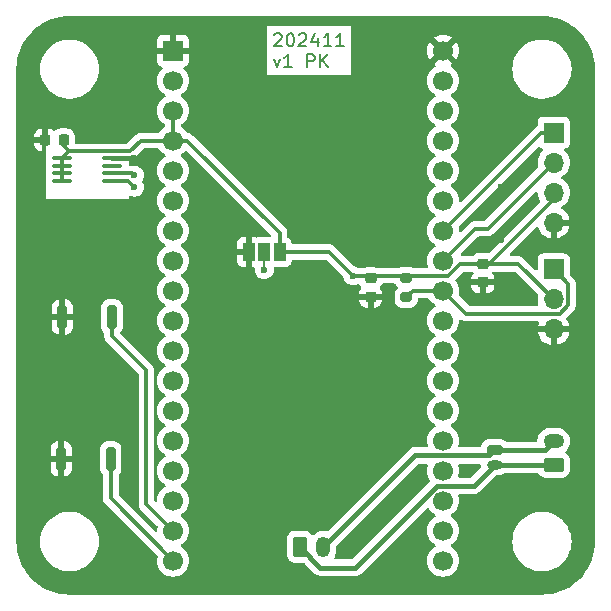
<source format=gbr>
%TF.GenerationSoftware,KiCad,Pcbnew,8.0.7-8.0.7-0~ubuntu22.04.1*%
%TF.CreationDate,2025-01-06T16:11:52+01:00*%
%TF.ProjectId,crack_monitoring_minimal,63726163-6b5f-46d6-9f6e-69746f72696e,rev?*%
%TF.SameCoordinates,Original*%
%TF.FileFunction,Copper,L1,Top*%
%TF.FilePolarity,Positive*%
%FSLAX46Y46*%
G04 Gerber Fmt 4.6, Leading zero omitted, Abs format (unit mm)*
G04 Created by KiCad (PCBNEW 8.0.7-8.0.7-0~ubuntu22.04.1) date 2025-01-06 16:11:52*
%MOMM*%
%LPD*%
G01*
G04 APERTURE LIST*
G04 Aperture macros list*
%AMRoundRect*
0 Rectangle with rounded corners*
0 $1 Rounding radius*
0 $2 $3 $4 $5 $6 $7 $8 $9 X,Y pos of 4 corners*
0 Add a 4 corners polygon primitive as box body*
4,1,4,$2,$3,$4,$5,$6,$7,$8,$9,$2,$3,0*
0 Add four circle primitives for the rounded corners*
1,1,$1+$1,$2,$3*
1,1,$1+$1,$4,$5*
1,1,$1+$1,$6,$7*
1,1,$1+$1,$8,$9*
0 Add four rect primitives between the rounded corners*
20,1,$1+$1,$2,$3,$4,$5,0*
20,1,$1+$1,$4,$5,$6,$7,0*
20,1,$1+$1,$6,$7,$8,$9,0*
20,1,$1+$1,$8,$9,$2,$3,0*%
G04 Aperture macros list end*
%ADD10C,0.200000*%
%TA.AperFunction,NonConductor*%
%ADD11C,0.200000*%
%TD*%
%TA.AperFunction,SMDPad,CuDef*%
%ADD12RoundRect,0.225000X0.250000X-0.225000X0.250000X0.225000X-0.250000X0.225000X-0.250000X-0.225000X0*%
%TD*%
%TA.AperFunction,SMDPad,CuDef*%
%ADD13RoundRect,0.200000X-0.275000X0.200000X-0.275000X-0.200000X0.275000X-0.200000X0.275000X0.200000X0*%
%TD*%
%TA.AperFunction,SMDPad,CuDef*%
%ADD14RoundRect,0.200000X-0.200000X-0.800000X0.200000X-0.800000X0.200000X0.800000X-0.200000X0.800000X0*%
%TD*%
%TA.AperFunction,ComponentPad*%
%ADD15R,1.700000X1.700000*%
%TD*%
%TA.AperFunction,ComponentPad*%
%ADD16O,1.700000X1.700000*%
%TD*%
%TA.AperFunction,ComponentPad*%
%ADD17RoundRect,0.200000X-0.450000X0.200000X-0.450000X-0.200000X0.450000X-0.200000X0.450000X0.200000X0*%
%TD*%
%TA.AperFunction,ComponentPad*%
%ADD18O,1.300000X0.800000*%
%TD*%
%TA.AperFunction,ComponentPad*%
%ADD19RoundRect,0.250000X-0.350000X-0.625000X0.350000X-0.625000X0.350000X0.625000X-0.350000X0.625000X0*%
%TD*%
%TA.AperFunction,ComponentPad*%
%ADD20O,1.200000X1.750000*%
%TD*%
%TA.AperFunction,ComponentPad*%
%ADD21RoundRect,0.250000X0.625000X-0.350000X0.625000X0.350000X-0.625000X0.350000X-0.625000X-0.350000X0*%
%TD*%
%TA.AperFunction,ComponentPad*%
%ADD22O,1.750000X1.200000*%
%TD*%
%TA.AperFunction,SMDPad,CuDef*%
%ADD23RoundRect,0.100000X0.712500X0.100000X-0.712500X0.100000X-0.712500X-0.100000X0.712500X-0.100000X0*%
%TD*%
%TA.AperFunction,SMDPad,CuDef*%
%ADD24R,1.000000X1.500000*%
%TD*%
%TA.AperFunction,SMDPad,CuDef*%
%ADD25RoundRect,0.225000X0.225000X0.250000X-0.225000X0.250000X-0.225000X-0.250000X0.225000X-0.250000X0*%
%TD*%
%TA.AperFunction,ComponentPad*%
%ADD26C,1.700000*%
%TD*%
%TA.AperFunction,ViaPad*%
%ADD27C,0.600000*%
%TD*%
%TA.AperFunction,Conductor*%
%ADD28C,0.300000*%
%TD*%
%TA.AperFunction,Conductor*%
%ADD29C,0.400000*%
%TD*%
%TA.AperFunction,Conductor*%
%ADD30C,0.200000*%
%TD*%
G04 APERTURE END LIST*
D10*
D11*
X147341101Y-52088804D02*
X147393482Y-52036423D01*
X147393482Y-52036423D02*
X147498244Y-51984042D01*
X147498244Y-51984042D02*
X147760149Y-51984042D01*
X147760149Y-51984042D02*
X147864911Y-52036423D01*
X147864911Y-52036423D02*
X147917292Y-52088804D01*
X147917292Y-52088804D02*
X147969673Y-52193566D01*
X147969673Y-52193566D02*
X147969673Y-52298328D01*
X147969673Y-52298328D02*
X147917292Y-52455471D01*
X147917292Y-52455471D02*
X147288720Y-53084042D01*
X147288720Y-53084042D02*
X147969673Y-53084042D01*
X148650625Y-51984042D02*
X148755387Y-51984042D01*
X148755387Y-51984042D02*
X148860149Y-52036423D01*
X148860149Y-52036423D02*
X148912530Y-52088804D01*
X148912530Y-52088804D02*
X148964911Y-52193566D01*
X148964911Y-52193566D02*
X149017292Y-52403090D01*
X149017292Y-52403090D02*
X149017292Y-52664995D01*
X149017292Y-52664995D02*
X148964911Y-52874519D01*
X148964911Y-52874519D02*
X148912530Y-52979281D01*
X148912530Y-52979281D02*
X148860149Y-53031662D01*
X148860149Y-53031662D02*
X148755387Y-53084042D01*
X148755387Y-53084042D02*
X148650625Y-53084042D01*
X148650625Y-53084042D02*
X148545863Y-53031662D01*
X148545863Y-53031662D02*
X148493482Y-52979281D01*
X148493482Y-52979281D02*
X148441101Y-52874519D01*
X148441101Y-52874519D02*
X148388720Y-52664995D01*
X148388720Y-52664995D02*
X148388720Y-52403090D01*
X148388720Y-52403090D02*
X148441101Y-52193566D01*
X148441101Y-52193566D02*
X148493482Y-52088804D01*
X148493482Y-52088804D02*
X148545863Y-52036423D01*
X148545863Y-52036423D02*
X148650625Y-51984042D01*
X149436339Y-52088804D02*
X149488720Y-52036423D01*
X149488720Y-52036423D02*
X149593482Y-51984042D01*
X149593482Y-51984042D02*
X149855387Y-51984042D01*
X149855387Y-51984042D02*
X149960149Y-52036423D01*
X149960149Y-52036423D02*
X150012530Y-52088804D01*
X150012530Y-52088804D02*
X150064911Y-52193566D01*
X150064911Y-52193566D02*
X150064911Y-52298328D01*
X150064911Y-52298328D02*
X150012530Y-52455471D01*
X150012530Y-52455471D02*
X149383958Y-53084042D01*
X149383958Y-53084042D02*
X150064911Y-53084042D01*
X151007768Y-52350709D02*
X151007768Y-53084042D01*
X150745863Y-51931662D02*
X150483958Y-52717376D01*
X150483958Y-52717376D02*
X151164911Y-52717376D01*
X152160149Y-53084042D02*
X151531577Y-53084042D01*
X151845863Y-53084042D02*
X151845863Y-51984042D01*
X151845863Y-51984042D02*
X151741101Y-52141185D01*
X151741101Y-52141185D02*
X151636339Y-52245947D01*
X151636339Y-52245947D02*
X151531577Y-52298328D01*
X153207768Y-53084042D02*
X152579196Y-53084042D01*
X152893482Y-53084042D02*
X152893482Y-51984042D01*
X152893482Y-51984042D02*
X152788720Y-52141185D01*
X152788720Y-52141185D02*
X152683958Y-52245947D01*
X152683958Y-52245947D02*
X152579196Y-52298328D01*
X147288720Y-54121647D02*
X147550625Y-54854980D01*
X147550625Y-54854980D02*
X147812530Y-54121647D01*
X148807768Y-54854980D02*
X148179196Y-54854980D01*
X148493482Y-54854980D02*
X148493482Y-53754980D01*
X148493482Y-53754980D02*
X148388720Y-53912123D01*
X148388720Y-53912123D02*
X148283958Y-54016885D01*
X148283958Y-54016885D02*
X148179196Y-54069266D01*
X150117291Y-54854980D02*
X150117291Y-53754980D01*
X150117291Y-53754980D02*
X150536339Y-53754980D01*
X150536339Y-53754980D02*
X150641101Y-53807361D01*
X150641101Y-53807361D02*
X150693482Y-53859742D01*
X150693482Y-53859742D02*
X150745863Y-53964504D01*
X150745863Y-53964504D02*
X150745863Y-54121647D01*
X150745863Y-54121647D02*
X150693482Y-54226409D01*
X150693482Y-54226409D02*
X150641101Y-54278790D01*
X150641101Y-54278790D02*
X150536339Y-54331171D01*
X150536339Y-54331171D02*
X150117291Y-54331171D01*
X151217291Y-54854980D02*
X151217291Y-53754980D01*
X151845863Y-54854980D02*
X151374434Y-54226409D01*
X151845863Y-53754980D02*
X151217291Y-54383552D01*
D12*
%TO.P,C2,1*%
%TO.N,GND*%
X165000000Y-73050000D03*
%TO.P,C2,2*%
%TO.N,+3V3*%
X165000000Y-71500000D03*
%TD*%
D13*
%TO.P,R1,1*%
%TO.N,+3V3*%
X158500000Y-72675000D03*
%TO.P,R1,2*%
%TO.N,1_Wire*%
X158500000Y-74325000D03*
%TD*%
D14*
%TO.P,SW1,1,1*%
%TO.N,GND*%
X129400000Y-76000000D03*
%TO.P,SW1,2,2*%
%TO.N,KEY1*%
X133600000Y-76000000D03*
%TD*%
D15*
%TO.P,J1,1,Pin_1*%
%TO.N,SCL*%
X171000000Y-60380000D03*
D16*
%TO.P,J1,2,Pin_2*%
%TO.N,SDA*%
X171000000Y-62920000D03*
%TO.P,J1,3,Pin_3*%
%TO.N,+3V3*%
X171000000Y-65460000D03*
%TO.P,J1,4,Pin_4*%
%TO.N,GND*%
X171000000Y-68000000D03*
%TD*%
D17*
%TO.P,J5,1,Pin_1*%
%TO.N,BAT+*%
X166000000Y-87250000D03*
D18*
%TO.P,J5,2,Pin_2*%
%TO.N,BAT-*%
X166000000Y-88500000D03*
%TD*%
D15*
%TO.P,J2,1,Pin_1*%
%TO.N,1_Wire*%
X171000000Y-71960000D03*
D16*
%TO.P,J2,2,Pin_2*%
%TO.N,+3V3*%
X171000000Y-74500000D03*
%TO.P,J2,3,Pin_3*%
%TO.N,GND*%
X171000000Y-77040000D03*
%TD*%
D19*
%TO.P,J3,1,Pin_1*%
%TO.N,BAT-*%
X149500000Y-95450000D03*
D20*
%TO.P,J3,2,Pin_2*%
%TO.N,BAT+*%
X151500000Y-95450000D03*
%TD*%
D21*
%TO.P,J4,1,Pin_1*%
%TO.N,BAT-*%
X171000000Y-88500000D03*
D22*
%TO.P,J4,2,Pin_2*%
%TO.N,BAT+*%
X171000000Y-86500000D03*
%TD*%
D12*
%TO.P,C1,1*%
%TO.N,GND*%
X155500000Y-74275000D03*
%TO.P,C1,2*%
%TO.N,+3V3*%
X155500000Y-72725000D03*
%TD*%
D23*
%TO.P,U2,1,SDA*%
%TO.N,SDA*%
X133612500Y-64475000D03*
%TO.P,U2,2,SCL*%
%TO.N,SCL*%
X133612500Y-63825000D03*
%TO.P,U2,3,Alert*%
%TO.N,unconnected-(U2-Alert-Pad3)*%
X133612500Y-63175000D03*
%TO.P,U2,4,GND*%
%TO.N,GND*%
X133612500Y-62525000D03*
%TO.P,U2,5,A2*%
%TO.N,+3V3*%
X129387500Y-62525000D03*
%TO.P,U2,6,A1*%
X129387500Y-63175000D03*
%TO.P,U2,7,A0*%
X129387500Y-63825000D03*
%TO.P,U2,8,V_{DD}*%
X129387500Y-64475000D03*
%TD*%
D14*
%TO.P,SW2,1,1*%
%TO.N,GND*%
X129300000Y-88000000D03*
%TO.P,SW2,2,2*%
%TO.N,KEY2*%
X133500000Y-88000000D03*
%TD*%
D24*
%TO.P,JP1,1,A*%
%TO.N,+3V3*%
X147800000Y-70500000D03*
%TO.P,JP1,2,C*%
%TO.N,Net-(IC2-DIR)*%
X146500000Y-70500000D03*
%TO.P,JP1,3,B*%
%TO.N,GND*%
X145200000Y-70500000D03*
%TD*%
D25*
%TO.P,C4,1*%
%TO.N,+3V3*%
X129500000Y-61000000D03*
%TO.P,C4,2*%
%TO.N,GND*%
X127950000Y-61000000D03*
%TD*%
D15*
%TO.P,U1,1,GND*%
%TO.N,GND*%
X138770000Y-53440000D03*
D26*
%TO.P,U1,2,5V*%
%TO.N,unconnected-(U1-5V-Pad2)*%
X138770000Y-55980000D03*
%TO.P,U1,3,Ve*%
%TO.N,+3V3*%
X138770000Y-58520000D03*
%TO.P,U1,4,Ve*%
X138770000Y-61060000D03*
%TO.P,U1,5,RX*%
%TO.N,unconnected-(U1-RX-Pad5)*%
X138770000Y-63600000D03*
%TO.P,U1,6,TX*%
%TO.N,unconnected-(U1-TX-Pad6)*%
X138770000Y-66140000D03*
%TO.P,U1,7,RST*%
%TO.N,unconnected-(U1-RST-Pad7)*%
X138770000Y-68680000D03*
%TO.P,U1,8,GPIO0_PRG_KEY*%
%TO.N,unconnected-(U1-GPIO0_PRG_KEY-Pad8)*%
X138770000Y-71220000D03*
%TO.P,U1,9,GPIO36_Vext_Ctrl*%
%TO.N,unconnected-(U1-GPIO36_Vext_Ctrl-Pad9)*%
X138770000Y-73760000D03*
%TO.P,U1,10,GPIO35_LED*%
%TO.N,unconnected-(U1-GPIO35_LED-Pad10)*%
X138770000Y-76300000D03*
%TO.P,U1,11,GPIO34*%
%TO.N,unconnected-(U1-GPIO34-Pad11)*%
X138770000Y-78840000D03*
%TO.P,U1,12,GPIO33*%
%TO.N,unconnected-(U1-GPIO33-Pad12)*%
X138770000Y-81380000D03*
%TO.P,U1,13,GPIO47*%
%TO.N,unconnected-(U1-GPIO47-Pad13)*%
X138770000Y-83920000D03*
%TO.P,U1,14,GPIO48*%
%TO.N,unconnected-(U1-GPIO48-Pad14)*%
X138770000Y-86460000D03*
%TO.P,U1,15,GPIO26*%
%TO.N,unconnected-(U1-GPIO26-Pad15)*%
X138770000Y-89000000D03*
%TO.P,U1,16,GPIO21_RST_OLED*%
%TO.N,unconnected-(U1-GPIO21_RST_OLED-Pad16)*%
X138770000Y-91540000D03*
%TO.P,U1,17,GPIO20_ADC2_CH9*%
%TO.N,KEY1*%
X138770000Y-94080000D03*
%TO.P,U1,18,GPIO19_ADC2_CH9*%
%TO.N,KEY2*%
X138770000Y-96620000D03*
%TO.P,U1,19,GND*%
%TO.N,GND*%
X161630000Y-53440000D03*
%TO.P,U1,20,3V3*%
%TO.N,unconnected-(U1-3V3-Pad20)*%
X161630000Y-55980000D03*
%TO.P,U1,21,3V3*%
%TO.N,unconnected-(U1-3V3-Pad21)*%
X161630000Y-58520000D03*
%TO.P,U1,22,GPIO37_ADC_Ctrl*%
%TO.N,unconnected-(U1-GPIO37_ADC_Ctrl-Pad22)*%
X161630000Y-61060000D03*
%TO.P,U1,23,GPIO46*%
%TO.N,unconnected-(U1-GPIO46-Pad23)*%
X161630000Y-63600000D03*
%TO.P,U1,24,GPIO45*%
%TO.N,unconnected-(U1-GPIO45-Pad24)*%
X161630000Y-66140000D03*
%TO.P,U1,25,GPIO42*%
%TO.N,SCL*%
X161630000Y-68680000D03*
%TO.P,U1,26,GPIO41*%
%TO.N,SDA*%
X161630000Y-71220000D03*
%TO.P,U1,27,GPIO40*%
%TO.N,1_Wire*%
X161630000Y-73760000D03*
%TO.P,U1,28,GPIO39*%
%TO.N,unconnected-(U1-GPIO39-Pad28)*%
X161630000Y-76300000D03*
%TO.P,U1,29,GPIO38*%
%TO.N,unconnected-(U1-GPIO38-Pad29)*%
X161630000Y-78840000D03*
%TO.P,U1,30,GPIO1_ADC1_CH0_Bat*%
%TO.N,unconnected-(U1-GPIO1_ADC1_CH0_Bat-Pad30)*%
X161630000Y-81380000D03*
%TO.P,U1,31,GPIO2_ADC1_CH1*%
%TO.N,unconnected-(U1-GPIO2_ADC1_CH1-Pad31)*%
X161630000Y-83920000D03*
%TO.P,U1,32,GPIO3_ADC1_CH2*%
%TO.N,unconnected-(U1-GPIO3_ADC1_CH2-Pad32)*%
X161630000Y-86460000D03*
%TO.P,U1,33,GPIO4_ADC1_CH3*%
%TO.N,unconnected-(U1-GPIO4_ADC1_CH3-Pad33)*%
X161630000Y-89000000D03*
%TO.P,U1,34,GPIO5_ADC1_CH4*%
%TO.N,unconnected-(U1-GPIO5_ADC1_CH4-Pad34)*%
X161630000Y-91540000D03*
%TO.P,U1,35,GPIO6_ADC1_CH5*%
%TO.N,unconnected-(U1-GPIO6_ADC1_CH5-Pad35)*%
X161630000Y-94080000D03*
%TO.P,U1,36,GPIO7_ADC1_CH6*%
%TO.N,unconnected-(U1-GPIO7_ADC1_CH6-Pad36)*%
X161630000Y-96620000D03*
%TD*%
D27*
%TO.N,+3V3*%
X154000000Y-72500000D03*
%TO.N,GND*%
X153500000Y-95500000D03*
X165500000Y-52250000D03*
X163500000Y-74000000D03*
X173500000Y-57000000D03*
X134750000Y-85750000D03*
X159500000Y-89500000D03*
X135500000Y-81500000D03*
X166500000Y-65000000D03*
X145250000Y-94000000D03*
X163500000Y-89000000D03*
X167000000Y-79000000D03*
X134750000Y-97000000D03*
X153500000Y-62500000D03*
X132000000Y-80500000D03*
X174000000Y-67670000D03*
X126500000Y-94000000D03*
X135750000Y-51750000D03*
X157000000Y-53500000D03*
X135500000Y-62500000D03*
X127000000Y-71000000D03*
X129250000Y-88000000D03*
X142500000Y-74500000D03*
X146250000Y-61500000D03*
X140500000Y-87500000D03*
X136000000Y-59500000D03*
X129500000Y-80000000D03*
X150000000Y-71500000D03*
X169000000Y-92000000D03*
X151000000Y-76000000D03*
X166000000Y-79500000D03*
X135500000Y-69500000D03*
X164000000Y-63000000D03*
X164750000Y-97750000D03*
X159500000Y-75500000D03*
X173000000Y-65170000D03*
X144000000Y-81250000D03*
X143000000Y-72000000D03*
X157500000Y-58000000D03*
X150750000Y-82000000D03*
X143000000Y-87500000D03*
X154500000Y-76500000D03*
X173000000Y-83500000D03*
X156750000Y-69750000D03*
X169000000Y-74500000D03*
X157000000Y-73500000D03*
X143750000Y-53250000D03*
X173500000Y-76670000D03*
X166500000Y-69500000D03*
X152750000Y-87750000D03*
X156750000Y-78500000D03*
X126500000Y-63250000D03*
X169000000Y-66500000D03*
X173500000Y-97000000D03*
%TO.N,SCL*%
X135500000Y-64000000D03*
%TO.N,SDA*%
X135500000Y-65000000D03*
%TO.N,Net-(IC2-DIR)*%
X146500000Y-72000000D03*
%TD*%
D28*
%TO.N,+3V3*%
X129500000Y-61537500D02*
X129937500Y-61975000D01*
X165500000Y-71500000D02*
X168000000Y-71500000D01*
X154000000Y-72500000D02*
X162067057Y-72500000D01*
X152000000Y-70500000D02*
X154000000Y-72500000D01*
X171000000Y-65460000D02*
X171000000Y-66000000D01*
X147800000Y-68887919D02*
X147800000Y-70500000D01*
X138770000Y-61060000D02*
X139972081Y-61060000D01*
X171000000Y-66000000D02*
X165500000Y-71500000D01*
X129500000Y-61000000D02*
X129500000Y-61537500D01*
X165500000Y-71500000D02*
X163067057Y-71500000D01*
X138770000Y-58520000D02*
X138770000Y-61060000D01*
X162067057Y-72500000D02*
X163067057Y-71500000D01*
X135105761Y-61975000D02*
X136020761Y-61060000D01*
D29*
X138770000Y-61060000D02*
X138770000Y-61165000D01*
D28*
X168000000Y-71500000D02*
X171000000Y-74500000D01*
X139972081Y-61060000D02*
X147800000Y-68887919D01*
X129937500Y-61975000D02*
X135105761Y-61975000D01*
X136020761Y-61060000D02*
X138770000Y-61060000D01*
X129387500Y-62525000D02*
X129937500Y-61975000D01*
X147800000Y-70500000D02*
X152000000Y-70500000D01*
X129387500Y-64475000D02*
X129387500Y-62525000D01*
D29*
%TO.N,GND*%
X133612500Y-62525000D02*
X135475000Y-62525000D01*
X135475000Y-62525000D02*
X135500000Y-62500000D01*
D28*
%TO.N,SCL*%
X169930000Y-60380000D02*
X161630000Y-68680000D01*
X135325000Y-63825000D02*
X135500000Y-64000000D01*
X171000000Y-60380000D02*
X169930000Y-60380000D01*
X133612500Y-63825000D02*
X135325000Y-63825000D01*
%TO.N,SDA*%
X133612500Y-64475000D02*
X134975000Y-64475000D01*
X165420000Y-68500000D02*
X164350000Y-68500000D01*
X134975000Y-64475000D02*
X135500000Y-65000000D01*
X171000000Y-62920000D02*
X165420000Y-68500000D01*
X164350000Y-68500000D02*
X161630000Y-71220000D01*
D30*
%TO.N,Net-(IC2-DIR)*%
X146500000Y-70500000D02*
X146500000Y-72000000D01*
D28*
%TO.N,1_Wire*%
X163570000Y-75700000D02*
X161630000Y-73760000D01*
X172200000Y-74997057D02*
X171497057Y-75700000D01*
X161630000Y-73760000D02*
X159065000Y-73760000D01*
X171497057Y-75700000D02*
X163570000Y-75700000D01*
X161760000Y-73760000D02*
X162150000Y-74150000D01*
X161630000Y-73760000D02*
X161760000Y-73760000D01*
X172200000Y-73160000D02*
X172200000Y-74997057D01*
X159065000Y-73760000D02*
X158500000Y-74325000D01*
X171000000Y-71960000D02*
X172200000Y-73160000D01*
D29*
%TO.N,BAT+*%
X151500000Y-95450000D02*
X159240000Y-87710000D01*
X159240000Y-87710000D02*
X165540000Y-87710000D01*
X170250000Y-87250000D02*
X171000000Y-86500000D01*
X165540000Y-87710000D02*
X166000000Y-87250000D01*
X166000000Y-87250000D02*
X170250000Y-87250000D01*
%TO.N,BAT-*%
X151250000Y-97200000D02*
X154202233Y-97200000D01*
X166000000Y-88500000D02*
X171000000Y-88500000D01*
X164210000Y-90290000D02*
X166000000Y-88500000D01*
X161112233Y-90290000D02*
X164210000Y-90290000D01*
X154202233Y-97200000D02*
X161112233Y-90290000D01*
X149500000Y-95450000D02*
X151250000Y-97200000D01*
D28*
%TO.N,KEY1*%
X138770000Y-94080000D02*
X136500000Y-91810000D01*
X136500000Y-91810000D02*
X136500000Y-80500000D01*
X136500000Y-80500000D02*
X133600000Y-77600000D01*
X133600000Y-77600000D02*
X133600000Y-76000000D01*
%TO.N,KEY2*%
X138770000Y-96620000D02*
X133500000Y-91350000D01*
X133500000Y-91350000D02*
X133500000Y-88000000D01*
%TD*%
%TA.AperFunction,Conductor*%
%TO.N,GND*%
G36*
X160295254Y-88430185D02*
G01*
X160341009Y-88482989D01*
X160350953Y-88552147D01*
X160347990Y-88566593D01*
X160294938Y-88764586D01*
X160294936Y-88764596D01*
X160274341Y-88999999D01*
X160274341Y-89000000D01*
X160294936Y-89235403D01*
X160294938Y-89235413D01*
X160356094Y-89463655D01*
X160356096Y-89463659D01*
X160356097Y-89463663D01*
X160455965Y-89677830D01*
X160455967Y-89677834D01*
X160510685Y-89755979D01*
X160533012Y-89822185D01*
X160516002Y-89889952D01*
X160496791Y-89914783D01*
X153948395Y-96463181D01*
X153887072Y-96496666D01*
X153860714Y-96499500D01*
X152540950Y-96499500D01*
X152473911Y-96479815D01*
X152428156Y-96427011D01*
X152418212Y-96357853D01*
X152439161Y-96306235D01*
X152438686Y-96305944D01*
X152440444Y-96303074D01*
X152440630Y-96302617D01*
X152440845Y-96302320D01*
X152441232Y-96301788D01*
X152519873Y-96147445D01*
X152573402Y-95982701D01*
X152600500Y-95811611D01*
X152600500Y-95391519D01*
X152620185Y-95324480D01*
X152636819Y-95303838D01*
X159493838Y-88446819D01*
X159555161Y-88413334D01*
X159581519Y-88410500D01*
X160228215Y-88410500D01*
X160295254Y-88430185D01*
G37*
%TD.AperFunction*%
%TA.AperFunction,Conductor*%
G36*
X164792539Y-88430185D02*
G01*
X164838294Y-88482989D01*
X164849500Y-88534500D01*
X164849500Y-88588691D01*
X164850097Y-88594753D01*
X164847304Y-88595028D01*
X164842139Y-88652643D01*
X164814438Y-88694904D01*
X163956162Y-89553181D01*
X163894839Y-89586666D01*
X163868481Y-89589500D01*
X163031785Y-89589500D01*
X162964746Y-89569815D01*
X162918991Y-89517011D01*
X162909047Y-89447853D01*
X162912010Y-89433407D01*
X162920827Y-89400500D01*
X162965063Y-89235408D01*
X162985659Y-89000000D01*
X162965063Y-88764592D01*
X162912010Y-88566593D01*
X162913673Y-88496743D01*
X162952836Y-88438881D01*
X163017064Y-88411377D01*
X163031785Y-88410500D01*
X164725500Y-88410500D01*
X164792539Y-88430185D01*
G37*
%TD.AperFunction*%
%TA.AperFunction,Conductor*%
G36*
X164165165Y-72170185D02*
G01*
X164185807Y-72186819D01*
X164186660Y-72187672D01*
X164220145Y-72248995D01*
X164215161Y-72318687D01*
X164186663Y-72363031D01*
X164177428Y-72372265D01*
X164177424Y-72372271D01*
X164088457Y-72516507D01*
X164088452Y-72516518D01*
X164035144Y-72677393D01*
X164025000Y-72776677D01*
X164025000Y-72800000D01*
X165974999Y-72800000D01*
X165974999Y-72776692D01*
X165974998Y-72776677D01*
X165964855Y-72677392D01*
X165911547Y-72516518D01*
X165911542Y-72516507D01*
X165822575Y-72372271D01*
X165822572Y-72372267D01*
X165813339Y-72363034D01*
X165779854Y-72301711D01*
X165784838Y-72232019D01*
X165813437Y-72187574D01*
X165814296Y-72186716D01*
X165875659Y-72153303D01*
X165901875Y-72150500D01*
X167679192Y-72150500D01*
X167746231Y-72170185D01*
X167766873Y-72186819D01*
X169652290Y-74072236D01*
X169685775Y-74133559D01*
X169684384Y-74192008D01*
X169664937Y-74264589D01*
X169664937Y-74264590D01*
X169644341Y-74499999D01*
X169644341Y-74500000D01*
X169664936Y-74735403D01*
X169664938Y-74735413D01*
X169707272Y-74893407D01*
X169705609Y-74963257D01*
X169666446Y-75021119D01*
X169602218Y-75048623D01*
X169587497Y-75049500D01*
X163890808Y-75049500D01*
X163823769Y-75029815D01*
X163803127Y-75013181D01*
X162977709Y-74187763D01*
X162944224Y-74126440D01*
X162945615Y-74067989D01*
X162946545Y-74064517D01*
X162965063Y-73995408D01*
X162985659Y-73760000D01*
X162965063Y-73524592D01*
X162911134Y-73323322D01*
X164025001Y-73323322D01*
X164035144Y-73422607D01*
X164088452Y-73583481D01*
X164088457Y-73583492D01*
X164177424Y-73727728D01*
X164177427Y-73727732D01*
X164297267Y-73847572D01*
X164297271Y-73847575D01*
X164441507Y-73936542D01*
X164441518Y-73936547D01*
X164602393Y-73989855D01*
X164701683Y-73999999D01*
X165250000Y-73999999D01*
X165298308Y-73999999D01*
X165298322Y-73999998D01*
X165397607Y-73989855D01*
X165558481Y-73936547D01*
X165558492Y-73936542D01*
X165702728Y-73847575D01*
X165702732Y-73847572D01*
X165822572Y-73727732D01*
X165822575Y-73727728D01*
X165911542Y-73583492D01*
X165911547Y-73583481D01*
X165964855Y-73422606D01*
X165974999Y-73323322D01*
X165975000Y-73323309D01*
X165975000Y-73300000D01*
X165250000Y-73300000D01*
X165250000Y-73999999D01*
X164701683Y-73999999D01*
X164749999Y-73999998D01*
X164750000Y-73999998D01*
X164750000Y-73300000D01*
X164025001Y-73300000D01*
X164025001Y-73323322D01*
X162911134Y-73323322D01*
X162906376Y-73305565D01*
X162903905Y-73296344D01*
X162903904Y-73296343D01*
X162903903Y-73296337D01*
X162804035Y-73082171D01*
X162699305Y-72932601D01*
X162676980Y-72866399D01*
X162693990Y-72798631D01*
X162713197Y-72773804D01*
X163300184Y-72186819D01*
X163361507Y-72153334D01*
X163387865Y-72150500D01*
X164098126Y-72150500D01*
X164165165Y-72170185D01*
G37*
%TD.AperFunction*%
%TA.AperFunction,Conductor*%
G36*
X169566052Y-65376406D02*
G01*
X169621985Y-65418278D01*
X169646246Y-65481780D01*
X169664936Y-65695403D01*
X169664938Y-65695413D01*
X169726094Y-65923655D01*
X169726096Y-65923659D01*
X169726097Y-65923663D01*
X169761694Y-66000000D01*
X169826242Y-66138425D01*
X169836734Y-66207503D01*
X169808214Y-66271287D01*
X169801541Y-66278511D01*
X165543947Y-70536105D01*
X165482624Y-70569590D01*
X165417263Y-70566130D01*
X165397711Y-70559651D01*
X165298346Y-70549500D01*
X164701662Y-70549500D01*
X164701644Y-70549501D01*
X164602292Y-70559650D01*
X164602289Y-70559651D01*
X164441305Y-70612996D01*
X164441294Y-70613001D01*
X164296959Y-70702029D01*
X164296955Y-70702032D01*
X164185807Y-70813181D01*
X164124484Y-70846666D01*
X164098126Y-70849500D01*
X163219807Y-70849500D01*
X163152768Y-70829815D01*
X163107013Y-70777011D01*
X163097069Y-70707853D01*
X163126094Y-70644297D01*
X163132126Y-70637819D01*
X163775219Y-69994727D01*
X164583127Y-69186819D01*
X164644450Y-69153334D01*
X164670808Y-69150500D01*
X165484071Y-69150500D01*
X165568615Y-69133682D01*
X165609744Y-69125501D01*
X165728127Y-69076465D01*
X165834669Y-69005277D01*
X169435039Y-65404905D01*
X169496360Y-65371422D01*
X169566052Y-65376406D01*
G37*
%TD.AperFunction*%
%TA.AperFunction,Conductor*%
G36*
X169761678Y-61570780D02*
G01*
X169792649Y-61587692D01*
X169907665Y-61673793D01*
X169907668Y-61673795D01*
X169907671Y-61673797D01*
X170039081Y-61722810D01*
X170095015Y-61764681D01*
X170119432Y-61830145D01*
X170104580Y-61898418D01*
X170083430Y-61926673D01*
X169961503Y-62048600D01*
X169825965Y-62242169D01*
X169825964Y-62242171D01*
X169726098Y-62456335D01*
X169726094Y-62456344D01*
X169664938Y-62684586D01*
X169664936Y-62684596D01*
X169644341Y-62919999D01*
X169644341Y-62920000D01*
X169664936Y-63155403D01*
X169664939Y-63155416D01*
X169684384Y-63227989D01*
X169682721Y-63297839D01*
X169652290Y-63347762D01*
X165186873Y-67813181D01*
X165125550Y-67846666D01*
X165099192Y-67849500D01*
X164285929Y-67849500D01*
X164160261Y-67874497D01*
X164160255Y-67874499D01*
X164041874Y-67923534D01*
X163935326Y-67994726D01*
X163194962Y-68735090D01*
X163133639Y-68768575D01*
X163063947Y-68763591D01*
X163008014Y-68721719D01*
X162983753Y-68658217D01*
X162976892Y-68579794D01*
X162965063Y-68444592D01*
X162945614Y-68372007D01*
X162947277Y-68302162D01*
X162977706Y-68252238D01*
X169630665Y-61599279D01*
X169691986Y-61565796D01*
X169761678Y-61570780D01*
G37*
%TD.AperFunction*%
%TA.AperFunction,Conductor*%
G36*
X170002702Y-50500617D02*
G01*
X170386771Y-50517386D01*
X170397506Y-50518326D01*
X170775971Y-50568152D01*
X170786597Y-50570025D01*
X171159284Y-50652648D01*
X171169710Y-50655442D01*
X171533765Y-50770227D01*
X171543911Y-50773920D01*
X171896578Y-50920000D01*
X171906369Y-50924566D01*
X172244942Y-51100816D01*
X172254310Y-51106224D01*
X172576244Y-51311318D01*
X172585105Y-51317523D01*
X172887930Y-51549889D01*
X172896217Y-51556843D01*
X173177635Y-51814715D01*
X173185284Y-51822364D01*
X173443156Y-52103782D01*
X173450110Y-52112069D01*
X173682476Y-52414894D01*
X173688681Y-52423755D01*
X173893775Y-52745689D01*
X173899183Y-52755057D01*
X174075430Y-53093623D01*
X174080002Y-53103427D01*
X174226075Y-53456078D01*
X174229775Y-53466244D01*
X174344554Y-53830278D01*
X174347354Y-53840727D01*
X174429971Y-54213389D01*
X174431849Y-54224042D01*
X174481671Y-54602473D01*
X174482614Y-54613249D01*
X174499382Y-54997297D01*
X174499500Y-55002706D01*
X174499500Y-94997293D01*
X174499382Y-95002702D01*
X174482614Y-95386750D01*
X174481671Y-95397526D01*
X174431849Y-95775957D01*
X174429971Y-95786610D01*
X174347354Y-96159272D01*
X174344554Y-96169721D01*
X174229775Y-96533755D01*
X174226075Y-96543921D01*
X174080002Y-96896572D01*
X174075430Y-96906376D01*
X173899183Y-97244942D01*
X173893775Y-97254310D01*
X173688681Y-97576244D01*
X173682476Y-97585105D01*
X173450110Y-97887930D01*
X173443156Y-97896217D01*
X173185284Y-98177635D01*
X173177635Y-98185284D01*
X172896217Y-98443156D01*
X172887930Y-98450110D01*
X172585105Y-98682476D01*
X172576244Y-98688681D01*
X172254310Y-98893775D01*
X172244942Y-98899183D01*
X171906376Y-99075430D01*
X171896572Y-99080002D01*
X171543921Y-99226075D01*
X171533755Y-99229775D01*
X171169721Y-99344554D01*
X171159272Y-99347354D01*
X170786610Y-99429971D01*
X170775957Y-99431849D01*
X170397526Y-99481671D01*
X170386750Y-99482614D01*
X170002703Y-99499382D01*
X169997294Y-99499500D01*
X130002706Y-99499500D01*
X129997297Y-99499382D01*
X129613249Y-99482614D01*
X129602473Y-99481671D01*
X129224042Y-99431849D01*
X129213389Y-99429971D01*
X128840727Y-99347354D01*
X128830278Y-99344554D01*
X128466244Y-99229775D01*
X128456078Y-99226075D01*
X128103427Y-99080002D01*
X128093623Y-99075430D01*
X127755057Y-98899183D01*
X127745689Y-98893775D01*
X127423755Y-98688681D01*
X127414894Y-98682476D01*
X127112069Y-98450110D01*
X127103782Y-98443156D01*
X126822364Y-98185284D01*
X126814715Y-98177635D01*
X126556843Y-97896217D01*
X126549889Y-97887930D01*
X126317523Y-97585105D01*
X126311318Y-97576244D01*
X126114306Y-97266997D01*
X126106223Y-97254309D01*
X126100816Y-97244942D01*
X125924569Y-96906376D01*
X125919997Y-96896572D01*
X125773920Y-96543911D01*
X125770224Y-96533755D01*
X125655442Y-96169710D01*
X125652648Y-96159284D01*
X125570025Y-95786597D01*
X125568152Y-95775971D01*
X125518326Y-95397506D01*
X125517386Y-95386771D01*
X125500618Y-95002702D01*
X125500559Y-94999994D01*
X127494556Y-94999994D01*
X127494556Y-95000005D01*
X127514310Y-95314004D01*
X127514311Y-95314011D01*
X127537363Y-95434855D01*
X127565338Y-95581505D01*
X127573270Y-95623083D01*
X127670497Y-95922316D01*
X127670499Y-95922321D01*
X127804461Y-96207003D01*
X127804464Y-96207009D01*
X127973051Y-96472661D01*
X127973054Y-96472665D01*
X128173606Y-96715090D01*
X128173608Y-96715092D01*
X128173610Y-96715094D01*
X128323024Y-96855403D01*
X128402968Y-96930476D01*
X128402978Y-96930484D01*
X128657504Y-97115408D01*
X128657509Y-97115410D01*
X128657516Y-97115416D01*
X128933234Y-97266994D01*
X128933239Y-97266996D01*
X128933241Y-97266997D01*
X128933242Y-97266998D01*
X129225771Y-97382818D01*
X129225774Y-97382819D01*
X129530523Y-97461065D01*
X129530527Y-97461066D01*
X129596010Y-97469338D01*
X129842670Y-97500499D01*
X129842679Y-97500499D01*
X129842682Y-97500500D01*
X129842684Y-97500500D01*
X130157316Y-97500500D01*
X130157318Y-97500500D01*
X130157321Y-97500499D01*
X130157329Y-97500499D01*
X130343593Y-97476968D01*
X130469473Y-97461066D01*
X130774225Y-97382819D01*
X130774228Y-97382818D01*
X131066757Y-97266998D01*
X131066758Y-97266997D01*
X131066756Y-97266997D01*
X131066766Y-97266994D01*
X131342484Y-97115416D01*
X131597030Y-96930478D01*
X131826390Y-96715094D01*
X132026947Y-96472663D01*
X132195537Y-96207007D01*
X132329503Y-95922315D01*
X132426731Y-95623079D01*
X132485688Y-95314015D01*
X132485689Y-95314004D01*
X132505444Y-95000005D01*
X132505444Y-94999994D01*
X132485689Y-94685995D01*
X132485688Y-94685988D01*
X132485688Y-94685985D01*
X132426731Y-94376921D01*
X132329503Y-94077685D01*
X132328004Y-94074500D01*
X132244376Y-93896782D01*
X132195537Y-93792993D01*
X132090067Y-93626798D01*
X132026948Y-93527338D01*
X132026945Y-93527334D01*
X131826393Y-93284909D01*
X131826391Y-93284907D01*
X131745132Y-93208599D01*
X131597030Y-93069522D01*
X131597027Y-93069520D01*
X131597021Y-93069515D01*
X131342495Y-92884591D01*
X131342488Y-92884586D01*
X131342484Y-92884584D01*
X131066766Y-92733006D01*
X131066763Y-92733004D01*
X131066758Y-92733002D01*
X131066757Y-92733001D01*
X130774228Y-92617181D01*
X130774225Y-92617180D01*
X130469476Y-92538934D01*
X130469463Y-92538932D01*
X130157329Y-92499500D01*
X130157318Y-92499500D01*
X129842682Y-92499500D01*
X129842670Y-92499500D01*
X129530536Y-92538932D01*
X129530523Y-92538934D01*
X129225774Y-92617180D01*
X129225771Y-92617181D01*
X128933242Y-92733001D01*
X128933241Y-92733002D01*
X128657516Y-92884584D01*
X128657504Y-92884591D01*
X128402978Y-93069515D01*
X128402968Y-93069523D01*
X128173608Y-93284907D01*
X128173606Y-93284909D01*
X127973054Y-93527334D01*
X127973051Y-93527338D01*
X127804464Y-93792990D01*
X127804461Y-93792996D01*
X127670499Y-94077678D01*
X127670497Y-94077683D01*
X127573270Y-94376916D01*
X127514311Y-94685988D01*
X127514310Y-94685995D01*
X127494556Y-94999994D01*
X125500559Y-94999994D01*
X125500500Y-94997293D01*
X125500500Y-88856582D01*
X128400001Y-88856582D01*
X128406408Y-88927102D01*
X128406409Y-88927107D01*
X128456981Y-89089396D01*
X128544927Y-89234877D01*
X128665122Y-89355072D01*
X128810604Y-89443019D01*
X128810603Y-89443019D01*
X128972894Y-89493590D01*
X128972893Y-89493590D01*
X129043408Y-89499998D01*
X129043426Y-89499999D01*
X129550000Y-89499999D01*
X129556581Y-89499999D01*
X129627102Y-89493591D01*
X129627107Y-89493590D01*
X129789396Y-89443018D01*
X129934877Y-89355072D01*
X130055072Y-89234877D01*
X130143019Y-89089395D01*
X130193590Y-88927106D01*
X130200000Y-88856572D01*
X130200000Y-88250000D01*
X129550000Y-88250000D01*
X129550000Y-89499999D01*
X129043426Y-89499999D01*
X129049999Y-89499998D01*
X129050000Y-89499998D01*
X129050000Y-88250000D01*
X128400001Y-88250000D01*
X128400001Y-88856582D01*
X125500500Y-88856582D01*
X125500500Y-87143427D01*
X128400000Y-87143427D01*
X128400000Y-87750000D01*
X129050000Y-87750000D01*
X129550000Y-87750000D01*
X130199999Y-87750000D01*
X130199999Y-87143417D01*
X130193591Y-87072897D01*
X130193590Y-87072892D01*
X130143018Y-86910603D01*
X130055072Y-86765122D01*
X129934877Y-86644927D01*
X129789395Y-86556980D01*
X129789396Y-86556980D01*
X129627105Y-86506409D01*
X129627106Y-86506409D01*
X129556572Y-86500000D01*
X129550000Y-86500000D01*
X129550000Y-87750000D01*
X129050000Y-87750000D01*
X129050000Y-86500000D01*
X129049999Y-86499999D01*
X129043436Y-86500000D01*
X129043417Y-86500001D01*
X128972897Y-86506408D01*
X128972892Y-86506409D01*
X128810603Y-86556981D01*
X128665122Y-86644927D01*
X128544927Y-86765122D01*
X128456980Y-86910604D01*
X128406409Y-87072893D01*
X128400000Y-87143427D01*
X125500500Y-87143427D01*
X125500500Y-76856582D01*
X128500001Y-76856582D01*
X128506408Y-76927102D01*
X128506409Y-76927107D01*
X128556981Y-77089396D01*
X128644927Y-77234877D01*
X128765122Y-77355072D01*
X128910604Y-77443019D01*
X128910603Y-77443019D01*
X129072894Y-77493590D01*
X129072893Y-77493590D01*
X129143408Y-77499998D01*
X129143426Y-77499999D01*
X129650000Y-77499999D01*
X129656581Y-77499999D01*
X129727102Y-77493591D01*
X129727107Y-77493590D01*
X129889396Y-77443018D01*
X130034877Y-77355072D01*
X130155072Y-77234877D01*
X130243019Y-77089395D01*
X130293590Y-76927106D01*
X130300000Y-76856572D01*
X130300000Y-76250000D01*
X129650000Y-76250000D01*
X129650000Y-77499999D01*
X129143426Y-77499999D01*
X129149999Y-77499998D01*
X129150000Y-77499998D01*
X129150000Y-76250000D01*
X128500001Y-76250000D01*
X128500001Y-76856582D01*
X125500500Y-76856582D01*
X125500500Y-75143427D01*
X128500000Y-75143427D01*
X128500000Y-75750000D01*
X129150000Y-75750000D01*
X129650000Y-75750000D01*
X130299999Y-75750000D01*
X130299999Y-75143417D01*
X130293591Y-75072897D01*
X130293590Y-75072892D01*
X130243018Y-74910603D01*
X130155072Y-74765122D01*
X130034877Y-74644927D01*
X129889395Y-74556980D01*
X129889396Y-74556980D01*
X129727105Y-74506409D01*
X129727106Y-74506409D01*
X129656572Y-74500000D01*
X129650000Y-74500000D01*
X129650000Y-75750000D01*
X129150000Y-75750000D01*
X129150000Y-74500000D01*
X129149999Y-74499999D01*
X129143436Y-74500000D01*
X129143417Y-74500001D01*
X129072897Y-74506408D01*
X129072892Y-74506409D01*
X128910603Y-74556981D01*
X128765122Y-74644927D01*
X128644927Y-74765122D01*
X128556980Y-74910604D01*
X128506409Y-75072893D01*
X128500000Y-75143427D01*
X125500500Y-75143427D01*
X125500500Y-61298322D01*
X127000001Y-61298322D01*
X127010144Y-61397607D01*
X127063452Y-61558481D01*
X127063457Y-61558492D01*
X127152424Y-61702728D01*
X127152427Y-61702732D01*
X127272267Y-61822572D01*
X127272271Y-61822575D01*
X127416507Y-61911542D01*
X127416518Y-61911547D01*
X127577393Y-61964855D01*
X127676683Y-61974999D01*
X127700000Y-61974998D01*
X127700000Y-61500000D01*
X128000000Y-61500000D01*
X128000000Y-66000000D01*
X135000000Y-66000000D01*
X135000000Y-65847896D01*
X135019685Y-65780857D01*
X135072489Y-65735102D01*
X135141647Y-65725158D01*
X135164955Y-65730855D01*
X135320737Y-65785366D01*
X135320743Y-65785367D01*
X135320745Y-65785368D01*
X135320746Y-65785368D01*
X135320750Y-65785369D01*
X135499996Y-65805565D01*
X135500000Y-65805565D01*
X135500004Y-65805565D01*
X135679249Y-65785369D01*
X135679252Y-65785368D01*
X135679255Y-65785368D01*
X135849522Y-65725789D01*
X136002262Y-65629816D01*
X136129816Y-65502262D01*
X136225789Y-65349522D01*
X136285368Y-65179255D01*
X136285369Y-65179249D01*
X136305565Y-65000003D01*
X136305565Y-64999996D01*
X136285369Y-64820750D01*
X136285368Y-64820745D01*
X136225788Y-64650475D01*
X136172691Y-64565973D01*
X136153690Y-64498736D01*
X136172691Y-64434027D01*
X136225788Y-64349524D01*
X136225789Y-64349522D01*
X136285368Y-64179255D01*
X136285369Y-64179249D01*
X136305565Y-64000003D01*
X136305565Y-63999996D01*
X136285369Y-63820750D01*
X136285368Y-63820745D01*
X136225788Y-63650476D01*
X136129815Y-63497737D01*
X136002262Y-63370184D01*
X135849523Y-63274211D01*
X135679254Y-63214631D01*
X135679250Y-63214630D01*
X135493083Y-63193655D01*
X135493088Y-63193606D01*
X135477309Y-63192052D01*
X135451909Y-63186999D01*
X135389071Y-63174500D01*
X135389069Y-63174500D01*
X135124000Y-63174500D01*
X135056961Y-63154815D01*
X135011206Y-63102011D01*
X135000000Y-63050500D01*
X135000000Y-62749500D01*
X135019685Y-62682461D01*
X135072489Y-62636706D01*
X135124000Y-62625500D01*
X135169832Y-62625500D01*
X135254376Y-62608682D01*
X135295505Y-62600501D01*
X135413888Y-62551465D01*
X135414882Y-62550800D01*
X135415388Y-62550463D01*
X135467908Y-62515370D01*
X135520430Y-62480277D01*
X136253888Y-61746819D01*
X136315211Y-61713334D01*
X136341569Y-61710500D01*
X137512278Y-61710500D01*
X137579317Y-61730185D01*
X137613853Y-61763377D01*
X137731501Y-61931396D01*
X137731506Y-61931402D01*
X137898597Y-62098493D01*
X137898603Y-62098498D01*
X138084158Y-62228425D01*
X138127783Y-62283002D01*
X138134977Y-62352500D01*
X138103454Y-62414855D01*
X138084158Y-62431575D01*
X137898597Y-62561505D01*
X137731505Y-62728597D01*
X137595965Y-62922169D01*
X137595964Y-62922171D01*
X137496098Y-63136335D01*
X137496094Y-63136344D01*
X137434938Y-63364586D01*
X137434936Y-63364596D01*
X137414341Y-63599999D01*
X137414341Y-63600000D01*
X137434936Y-63835403D01*
X137434938Y-63835413D01*
X137496094Y-64063655D01*
X137496096Y-64063659D01*
X137496097Y-64063663D01*
X137544517Y-64167500D01*
X137595965Y-64277830D01*
X137595967Y-64277834D01*
X137731501Y-64471395D01*
X137731506Y-64471402D01*
X137898597Y-64638493D01*
X137898603Y-64638498D01*
X138084158Y-64768425D01*
X138127783Y-64823002D01*
X138134977Y-64892500D01*
X138103454Y-64954855D01*
X138084158Y-64971575D01*
X137898597Y-65101505D01*
X137731505Y-65268597D01*
X137595965Y-65462169D01*
X137595964Y-65462171D01*
X137496098Y-65676335D01*
X137496094Y-65676344D01*
X137434938Y-65904586D01*
X137434936Y-65904596D01*
X137414341Y-66139999D01*
X137414341Y-66140000D01*
X137434936Y-66375403D01*
X137434938Y-66375413D01*
X137496094Y-66603655D01*
X137496096Y-66603659D01*
X137496097Y-66603663D01*
X137585349Y-66795063D01*
X137595965Y-66817830D01*
X137595967Y-66817834D01*
X137731501Y-67011395D01*
X137731506Y-67011402D01*
X137898597Y-67178493D01*
X137898603Y-67178498D01*
X138084158Y-67308425D01*
X138127783Y-67363002D01*
X138134977Y-67432500D01*
X138103454Y-67494855D01*
X138084158Y-67511575D01*
X137898597Y-67641505D01*
X137731505Y-67808597D01*
X137595965Y-68002169D01*
X137595964Y-68002171D01*
X137496098Y-68216335D01*
X137496094Y-68216344D01*
X137434938Y-68444586D01*
X137434936Y-68444596D01*
X137414341Y-68679999D01*
X137414341Y-68680000D01*
X137434936Y-68915403D01*
X137434938Y-68915413D01*
X137496094Y-69143655D01*
X137496096Y-69143659D01*
X137496097Y-69143663D01*
X137550745Y-69260855D01*
X137595965Y-69357830D01*
X137595967Y-69357834D01*
X137731501Y-69551395D01*
X137731506Y-69551402D01*
X137898597Y-69718493D01*
X137898603Y-69718498D01*
X138084158Y-69848425D01*
X138127783Y-69903002D01*
X138134977Y-69972500D01*
X138103454Y-70034855D01*
X138084158Y-70051575D01*
X137898597Y-70181505D01*
X137731505Y-70348597D01*
X137595965Y-70542169D01*
X137595964Y-70542171D01*
X137496098Y-70756335D01*
X137496094Y-70756344D01*
X137434938Y-70984586D01*
X137434936Y-70984596D01*
X137414341Y-71219999D01*
X137414341Y-71220000D01*
X137434936Y-71455403D01*
X137434938Y-71455413D01*
X137496094Y-71683655D01*
X137496096Y-71683659D01*
X137496097Y-71683663D01*
X137565090Y-71831619D01*
X137595965Y-71897830D01*
X137595967Y-71897834D01*
X137731501Y-72091395D01*
X137731506Y-72091402D01*
X137898597Y-72258493D01*
X137898603Y-72258498D01*
X138084158Y-72388425D01*
X138127783Y-72443002D01*
X138134977Y-72512500D01*
X138103454Y-72574855D01*
X138084158Y-72591575D01*
X137898597Y-72721505D01*
X137731505Y-72888597D01*
X137595965Y-73082169D01*
X137595964Y-73082171D01*
X137496098Y-73296335D01*
X137496094Y-73296344D01*
X137434938Y-73524586D01*
X137434936Y-73524596D01*
X137414341Y-73759999D01*
X137414341Y-73760000D01*
X137434936Y-73995403D01*
X137434938Y-73995413D01*
X137496094Y-74223655D01*
X137496096Y-74223659D01*
X137496097Y-74223663D01*
X137515182Y-74264590D01*
X137595965Y-74437830D01*
X137595967Y-74437834D01*
X137696643Y-74581613D01*
X137731501Y-74631396D01*
X137731506Y-74631402D01*
X137898597Y-74798493D01*
X137898603Y-74798498D01*
X138084158Y-74928425D01*
X138127783Y-74983002D01*
X138134977Y-75052500D01*
X138103454Y-75114855D01*
X138084158Y-75131575D01*
X137898597Y-75261505D01*
X137731505Y-75428597D01*
X137595965Y-75622169D01*
X137595964Y-75622171D01*
X137496098Y-75836335D01*
X137496094Y-75836344D01*
X137434938Y-76064586D01*
X137434936Y-76064596D01*
X137414341Y-76299999D01*
X137414341Y-76300000D01*
X137434936Y-76535403D01*
X137434938Y-76535413D01*
X137496094Y-76763655D01*
X137496096Y-76763659D01*
X137496097Y-76763663D01*
X137572352Y-76927192D01*
X137595965Y-76977830D01*
X137595967Y-76977834D01*
X137731501Y-77171395D01*
X137731506Y-77171402D01*
X137898597Y-77338493D01*
X137898603Y-77338498D01*
X138084158Y-77468425D01*
X138127783Y-77523002D01*
X138134977Y-77592500D01*
X138103454Y-77654855D01*
X138084158Y-77671575D01*
X137898597Y-77801505D01*
X137731505Y-77968597D01*
X137595965Y-78162169D01*
X137595964Y-78162171D01*
X137496098Y-78376335D01*
X137496094Y-78376344D01*
X137434938Y-78604586D01*
X137434936Y-78604596D01*
X137414341Y-78839999D01*
X137414341Y-78840000D01*
X137434936Y-79075403D01*
X137434938Y-79075413D01*
X137496094Y-79303655D01*
X137496096Y-79303659D01*
X137496097Y-79303663D01*
X137595965Y-79517830D01*
X137595967Y-79517834D01*
X137731501Y-79711395D01*
X137731506Y-79711402D01*
X137898597Y-79878493D01*
X137898603Y-79878498D01*
X138084158Y-80008425D01*
X138127783Y-80063002D01*
X138134977Y-80132500D01*
X138103454Y-80194855D01*
X138084158Y-80211575D01*
X137898597Y-80341505D01*
X137731505Y-80508597D01*
X137595965Y-80702169D01*
X137595964Y-80702171D01*
X137496098Y-80916335D01*
X137496094Y-80916344D01*
X137434938Y-81144586D01*
X137434936Y-81144596D01*
X137414341Y-81379999D01*
X137414341Y-81380000D01*
X137434936Y-81615403D01*
X137434938Y-81615413D01*
X137496094Y-81843655D01*
X137496096Y-81843659D01*
X137496097Y-81843663D01*
X137595965Y-82057830D01*
X137595967Y-82057834D01*
X137731501Y-82251395D01*
X137731506Y-82251402D01*
X137898597Y-82418493D01*
X137898603Y-82418498D01*
X138084158Y-82548425D01*
X138127783Y-82603002D01*
X138134977Y-82672500D01*
X138103454Y-82734855D01*
X138084158Y-82751575D01*
X137898597Y-82881505D01*
X137731505Y-83048597D01*
X137595965Y-83242169D01*
X137595964Y-83242171D01*
X137496098Y-83456335D01*
X137496094Y-83456344D01*
X137434938Y-83684586D01*
X137434936Y-83684596D01*
X137414341Y-83919999D01*
X137414341Y-83920000D01*
X137434936Y-84155403D01*
X137434938Y-84155413D01*
X137496094Y-84383655D01*
X137496096Y-84383659D01*
X137496097Y-84383663D01*
X137595965Y-84597830D01*
X137595967Y-84597834D01*
X137731501Y-84791395D01*
X137731506Y-84791402D01*
X137898597Y-84958493D01*
X137898603Y-84958498D01*
X138084158Y-85088425D01*
X138127783Y-85143002D01*
X138134977Y-85212500D01*
X138103454Y-85274855D01*
X138084158Y-85291575D01*
X137898597Y-85421505D01*
X137731505Y-85588597D01*
X137595965Y-85782169D01*
X137595964Y-85782171D01*
X137496098Y-85996335D01*
X137496094Y-85996344D01*
X137434938Y-86224586D01*
X137434936Y-86224596D01*
X137414341Y-86459999D01*
X137414341Y-86460000D01*
X137434936Y-86695403D01*
X137434938Y-86695413D01*
X137496094Y-86923655D01*
X137496096Y-86923659D01*
X137496097Y-86923663D01*
X137528609Y-86993384D01*
X137595965Y-87137830D01*
X137595967Y-87137834D01*
X137651350Y-87216928D01*
X137726650Y-87324468D01*
X137731501Y-87331395D01*
X137731506Y-87331402D01*
X137898597Y-87498493D01*
X137898603Y-87498498D01*
X138084158Y-87628425D01*
X138127783Y-87683002D01*
X138134977Y-87752500D01*
X138103454Y-87814855D01*
X138084158Y-87831575D01*
X137898597Y-87961505D01*
X137731505Y-88128597D01*
X137595965Y-88322169D01*
X137595964Y-88322171D01*
X137496098Y-88536335D01*
X137496094Y-88536344D01*
X137434938Y-88764586D01*
X137434936Y-88764596D01*
X137414341Y-88999999D01*
X137414341Y-89000000D01*
X137434936Y-89235403D01*
X137434938Y-89235413D01*
X137496094Y-89463655D01*
X137496096Y-89463659D01*
X137496097Y-89463663D01*
X137595965Y-89677830D01*
X137595967Y-89677834D01*
X137731501Y-89871395D01*
X137731506Y-89871402D01*
X137898597Y-90038493D01*
X137898603Y-90038498D01*
X138084158Y-90168425D01*
X138127783Y-90223002D01*
X138134977Y-90292500D01*
X138103454Y-90354855D01*
X138084158Y-90371575D01*
X137898597Y-90501505D01*
X137731505Y-90668597D01*
X137595965Y-90862169D01*
X137595964Y-90862171D01*
X137496098Y-91076335D01*
X137496094Y-91076344D01*
X137434938Y-91304586D01*
X137434936Y-91304596D01*
X137416246Y-91518218D01*
X137390793Y-91583287D01*
X137334202Y-91624265D01*
X137264440Y-91628143D01*
X137205037Y-91595091D01*
X137186819Y-91576873D01*
X137153334Y-91515550D01*
X137150500Y-91489192D01*
X137150500Y-80435928D01*
X137125502Y-80310261D01*
X137125501Y-80310260D01*
X137125501Y-80310256D01*
X137076465Y-80191873D01*
X137065233Y-80175063D01*
X137005276Y-80085330D01*
X137005274Y-80085327D01*
X137005271Y-80085324D01*
X134342982Y-77423036D01*
X134309497Y-77361713D01*
X134314481Y-77292021D01*
X134342985Y-77247671D01*
X134355472Y-77235185D01*
X134443478Y-77089606D01*
X134494086Y-76927196D01*
X134500500Y-76856616D01*
X134500500Y-75143384D01*
X134494086Y-75072804D01*
X134443478Y-74910394D01*
X134355472Y-74764815D01*
X134355470Y-74764813D01*
X134355469Y-74764811D01*
X134235188Y-74644530D01*
X134089606Y-74556522D01*
X134063249Y-74548309D01*
X133927196Y-74505914D01*
X133927194Y-74505913D01*
X133927192Y-74505913D01*
X133877778Y-74501423D01*
X133856616Y-74499500D01*
X133343384Y-74499500D01*
X133324145Y-74501248D01*
X133272807Y-74505913D01*
X133110393Y-74556522D01*
X132964811Y-74644530D01*
X132844530Y-74764811D01*
X132756522Y-74910393D01*
X132705913Y-75072807D01*
X132699500Y-75143386D01*
X132699500Y-76856613D01*
X132705913Y-76927192D01*
X132705913Y-76927194D01*
X132705914Y-76927196D01*
X132756522Y-77089606D01*
X132844528Y-77235185D01*
X132913182Y-77303839D01*
X132946666Y-77365160D01*
X132949500Y-77391519D01*
X132949500Y-77664069D01*
X132949500Y-77664071D01*
X132949499Y-77664071D01*
X132974497Y-77789738D01*
X132974499Y-77789744D01*
X133023535Y-77908127D01*
X133094723Y-78014669D01*
X133094726Y-78014673D01*
X133094727Y-78014674D01*
X135813181Y-80733127D01*
X135846666Y-80794450D01*
X135849500Y-80820808D01*
X135849500Y-91874071D01*
X135869676Y-91975498D01*
X135869676Y-91975499D01*
X135874497Y-91999737D01*
X135874498Y-91999741D01*
X135874499Y-91999744D01*
X135923535Y-92118127D01*
X135990154Y-92217831D01*
X135994726Y-92224673D01*
X135994727Y-92224674D01*
X137422290Y-93652236D01*
X137455775Y-93713559D01*
X137454384Y-93772008D01*
X137434937Y-93844589D01*
X137434937Y-93844590D01*
X137416246Y-94058218D01*
X137390793Y-94123287D01*
X137334202Y-94164265D01*
X137264440Y-94168143D01*
X137205037Y-94135091D01*
X134186819Y-91116873D01*
X134153334Y-91055550D01*
X134150500Y-91029192D01*
X134150500Y-89391519D01*
X134170185Y-89324480D01*
X134186814Y-89303842D01*
X134255472Y-89235185D01*
X134343478Y-89089606D01*
X134394086Y-88927196D01*
X134400500Y-88856616D01*
X134400500Y-87143384D01*
X134394086Y-87072804D01*
X134343478Y-86910394D01*
X134255472Y-86764815D01*
X134255470Y-86764813D01*
X134255469Y-86764811D01*
X134135188Y-86644530D01*
X133989606Y-86556522D01*
X133931109Y-86538294D01*
X133827196Y-86505914D01*
X133827194Y-86505913D01*
X133827192Y-86505913D01*
X133777778Y-86501423D01*
X133756616Y-86499500D01*
X133243384Y-86499500D01*
X133224145Y-86501248D01*
X133172807Y-86505913D01*
X133010393Y-86556522D01*
X132864811Y-86644530D01*
X132744530Y-86764811D01*
X132656522Y-86910393D01*
X132605913Y-87072807D01*
X132599500Y-87143386D01*
X132599500Y-88856613D01*
X132605913Y-88927192D01*
X132605913Y-88927194D01*
X132605914Y-88927196D01*
X132656522Y-89089606D01*
X132744528Y-89235185D01*
X132813182Y-89303839D01*
X132846666Y-89365160D01*
X132849500Y-89391519D01*
X132849500Y-91414069D01*
X132866966Y-91501873D01*
X132874499Y-91539744D01*
X132923534Y-91658125D01*
X132994726Y-91764673D01*
X132994727Y-91764674D01*
X137422290Y-96192236D01*
X137455775Y-96253559D01*
X137454384Y-96312008D01*
X137434937Y-96384589D01*
X137434937Y-96384590D01*
X137414341Y-96619999D01*
X137414341Y-96620000D01*
X137434936Y-96855403D01*
X137434938Y-96855413D01*
X137496094Y-97083655D01*
X137496096Y-97083659D01*
X137496097Y-97083663D01*
X137510904Y-97115416D01*
X137595965Y-97297830D01*
X137595967Y-97297834D01*
X137655474Y-97382818D01*
X137731505Y-97491401D01*
X137898599Y-97658495D01*
X137995384Y-97726265D01*
X138092165Y-97794032D01*
X138092167Y-97794033D01*
X138092170Y-97794035D01*
X138306337Y-97893903D01*
X138306343Y-97893904D01*
X138306344Y-97893905D01*
X138361285Y-97908626D01*
X138534592Y-97955063D01*
X138722918Y-97971539D01*
X138769999Y-97975659D01*
X138770000Y-97975659D01*
X138770001Y-97975659D01*
X138809234Y-97972226D01*
X139005408Y-97955063D01*
X139233663Y-97893903D01*
X139447830Y-97794035D01*
X139641401Y-97658495D01*
X139808495Y-97491401D01*
X139944035Y-97297830D01*
X140043903Y-97083663D01*
X140105063Y-96855408D01*
X140125659Y-96620000D01*
X140105063Y-96384592D01*
X140046105Y-96164556D01*
X140043905Y-96156344D01*
X140043904Y-96156343D01*
X140043903Y-96156337D01*
X139944035Y-95942171D01*
X139930133Y-95922316D01*
X139808494Y-95748597D01*
X139641402Y-95581506D01*
X139641396Y-95581501D01*
X139455842Y-95451575D01*
X139412217Y-95396998D01*
X139405023Y-95327500D01*
X139436546Y-95265145D01*
X139455842Y-95248425D01*
X139485723Y-95227502D01*
X139641401Y-95118495D01*
X139808495Y-94951401D01*
X139944035Y-94757830D01*
X140043903Y-94543663D01*
X140105063Y-94315408D01*
X140125659Y-94080000D01*
X140125570Y-94078988D01*
X140105063Y-93844596D01*
X140105063Y-93844592D01*
X140043903Y-93616337D01*
X139944035Y-93402171D01*
X139861927Y-93284907D01*
X139808494Y-93208597D01*
X139641402Y-93041506D01*
X139641396Y-93041501D01*
X139455842Y-92911575D01*
X139412217Y-92856998D01*
X139405023Y-92787500D01*
X139436546Y-92725145D01*
X139455842Y-92708425D01*
X139478026Y-92692891D01*
X139641401Y-92578495D01*
X139808495Y-92411401D01*
X139944035Y-92217830D01*
X140043903Y-92003663D01*
X140105063Y-91775408D01*
X140125659Y-91540000D01*
X140105063Y-91304592D01*
X140043903Y-91076337D01*
X139944035Y-90862171D01*
X139924390Y-90834114D01*
X139808494Y-90668597D01*
X139641402Y-90501506D01*
X139641396Y-90501501D01*
X139455842Y-90371575D01*
X139412217Y-90316998D01*
X139405023Y-90247500D01*
X139436546Y-90185145D01*
X139455842Y-90168425D01*
X139478026Y-90152891D01*
X139641401Y-90038495D01*
X139808495Y-89871401D01*
X139944035Y-89677830D01*
X140043903Y-89463663D01*
X140105063Y-89235408D01*
X140125659Y-89000000D01*
X140105063Y-88764592D01*
X140043903Y-88536337D01*
X139944035Y-88322171D01*
X139808495Y-88128599D01*
X139808494Y-88128597D01*
X139641402Y-87961506D01*
X139641396Y-87961501D01*
X139455842Y-87831575D01*
X139412217Y-87776998D01*
X139405023Y-87707500D01*
X139436546Y-87645145D01*
X139455842Y-87628425D01*
X139557440Y-87557285D01*
X139641401Y-87498495D01*
X139808495Y-87331401D01*
X139944035Y-87137830D01*
X140043903Y-86923663D01*
X140105063Y-86695408D01*
X140125659Y-86460000D01*
X140105063Y-86224592D01*
X140043903Y-85996337D01*
X139944035Y-85782171D01*
X139808495Y-85588599D01*
X139808494Y-85588597D01*
X139641402Y-85421506D01*
X139641396Y-85421501D01*
X139455842Y-85291575D01*
X139412217Y-85236998D01*
X139405023Y-85167500D01*
X139436546Y-85105145D01*
X139455842Y-85088425D01*
X139478026Y-85072891D01*
X139641401Y-84958495D01*
X139808495Y-84791401D01*
X139944035Y-84597830D01*
X140043903Y-84383663D01*
X140105063Y-84155408D01*
X140125659Y-83920000D01*
X140105063Y-83684592D01*
X140043903Y-83456337D01*
X139944035Y-83242171D01*
X139808495Y-83048599D01*
X139808494Y-83048597D01*
X139641402Y-82881506D01*
X139641396Y-82881501D01*
X139455842Y-82751575D01*
X139412217Y-82696998D01*
X139405023Y-82627500D01*
X139436546Y-82565145D01*
X139455842Y-82548425D01*
X139478026Y-82532891D01*
X139641401Y-82418495D01*
X139808495Y-82251401D01*
X139944035Y-82057830D01*
X140043903Y-81843663D01*
X140105063Y-81615408D01*
X140125659Y-81380000D01*
X140105063Y-81144592D01*
X140043903Y-80916337D01*
X139944035Y-80702171D01*
X139808495Y-80508599D01*
X139808494Y-80508597D01*
X139641402Y-80341506D01*
X139641396Y-80341501D01*
X139455842Y-80211575D01*
X139412217Y-80156998D01*
X139405023Y-80087500D01*
X139436546Y-80025145D01*
X139455842Y-80008425D01*
X139478026Y-79992891D01*
X139641401Y-79878495D01*
X139808495Y-79711401D01*
X139944035Y-79517830D01*
X140043903Y-79303663D01*
X140105063Y-79075408D01*
X140125659Y-78840000D01*
X140105063Y-78604592D01*
X140043903Y-78376337D01*
X139944035Y-78162171D01*
X139840757Y-78014673D01*
X139808494Y-77968597D01*
X139641402Y-77801506D01*
X139641396Y-77801501D01*
X139455842Y-77671575D01*
X139412217Y-77616998D01*
X139405023Y-77547500D01*
X139436546Y-77485145D01*
X139455842Y-77468425D01*
X139608242Y-77361713D01*
X139641401Y-77338495D01*
X139808495Y-77171401D01*
X139944035Y-76977830D01*
X140043903Y-76763663D01*
X140105063Y-76535408D01*
X140125659Y-76300000D01*
X140105063Y-76064592D01*
X140043903Y-75836337D01*
X139944035Y-75622171D01*
X139808495Y-75428599D01*
X139808494Y-75428597D01*
X139641402Y-75261506D01*
X139641396Y-75261501D01*
X139455842Y-75131575D01*
X139412217Y-75076998D01*
X139405023Y-75007500D01*
X139436546Y-74945145D01*
X139455842Y-74928425D01*
X139618392Y-74814606D01*
X139641401Y-74798495D01*
X139808495Y-74631401D01*
X139866668Y-74548322D01*
X154525001Y-74548322D01*
X154535144Y-74647607D01*
X154588452Y-74808481D01*
X154588457Y-74808492D01*
X154677424Y-74952728D01*
X154677427Y-74952732D01*
X154797267Y-75072572D01*
X154797271Y-75072575D01*
X154941507Y-75161542D01*
X154941518Y-75161547D01*
X155102393Y-75214855D01*
X155201683Y-75224999D01*
X155750000Y-75224999D01*
X155798308Y-75224999D01*
X155798322Y-75224998D01*
X155897607Y-75214855D01*
X156058481Y-75161547D01*
X156058492Y-75161542D01*
X156202728Y-75072575D01*
X156202732Y-75072572D01*
X156322572Y-74952732D01*
X156322575Y-74952728D01*
X156411542Y-74808492D01*
X156411547Y-74808481D01*
X156464855Y-74647606D01*
X156474999Y-74548322D01*
X156475000Y-74548309D01*
X156475000Y-74525000D01*
X155750000Y-74525000D01*
X155750000Y-75224999D01*
X155201683Y-75224999D01*
X155249999Y-75224998D01*
X155250000Y-75224998D01*
X155250000Y-74525000D01*
X154525001Y-74525000D01*
X154525001Y-74548322D01*
X139866668Y-74548322D01*
X139944035Y-74437830D01*
X140043903Y-74223663D01*
X140105063Y-73995408D01*
X140125659Y-73760000D01*
X140105063Y-73524592D01*
X140046376Y-73305565D01*
X140043905Y-73296344D01*
X140043904Y-73296343D01*
X140043903Y-73296337D01*
X139944035Y-73082171D01*
X139888083Y-73002262D01*
X139808494Y-72888597D01*
X139641402Y-72721506D01*
X139641396Y-72721501D01*
X139455842Y-72591575D01*
X139412217Y-72536998D01*
X139405023Y-72467500D01*
X139436546Y-72405145D01*
X139455842Y-72388425D01*
X139511401Y-72349522D01*
X139641401Y-72258495D01*
X139808495Y-72091401D01*
X139944035Y-71897830D01*
X140043903Y-71683663D01*
X140105063Y-71455408D01*
X140118848Y-71297844D01*
X144200000Y-71297844D01*
X144206401Y-71357372D01*
X144206403Y-71357379D01*
X144256645Y-71492086D01*
X144256649Y-71492093D01*
X144342809Y-71607187D01*
X144342812Y-71607190D01*
X144457906Y-71693350D01*
X144457913Y-71693354D01*
X144592620Y-71743596D01*
X144592627Y-71743598D01*
X144652155Y-71749999D01*
X144652172Y-71750000D01*
X144950000Y-71750000D01*
X144950000Y-70750000D01*
X144200000Y-70750000D01*
X144200000Y-71297844D01*
X140118848Y-71297844D01*
X140125659Y-71220000D01*
X140105063Y-70984592D01*
X140043903Y-70756337D01*
X139944035Y-70542171D01*
X139808495Y-70348599D01*
X139808494Y-70348597D01*
X139641402Y-70181506D01*
X139641396Y-70181501D01*
X139455842Y-70051575D01*
X139412217Y-69996998D01*
X139405023Y-69927500D01*
X139436546Y-69865145D01*
X139455842Y-69848425D01*
X139482420Y-69829815D01*
X139641401Y-69718495D01*
X139657741Y-69702155D01*
X144200000Y-69702155D01*
X144200000Y-70250000D01*
X144950000Y-70250000D01*
X144950000Y-69250000D01*
X144652155Y-69250000D01*
X144592627Y-69256401D01*
X144592620Y-69256403D01*
X144457913Y-69306645D01*
X144457906Y-69306649D01*
X144342812Y-69392809D01*
X144342809Y-69392812D01*
X144256649Y-69507906D01*
X144256645Y-69507913D01*
X144206403Y-69642620D01*
X144206401Y-69642627D01*
X144200000Y-69702155D01*
X139657741Y-69702155D01*
X139808495Y-69551401D01*
X139944035Y-69357830D01*
X140043903Y-69143663D01*
X140105063Y-68915408D01*
X140125659Y-68680000D01*
X140105063Y-68444592D01*
X140043903Y-68216337D01*
X139944035Y-68002171D01*
X139896424Y-67934174D01*
X139808494Y-67808597D01*
X139641402Y-67641506D01*
X139641396Y-67641501D01*
X139455842Y-67511575D01*
X139412217Y-67456998D01*
X139405023Y-67387500D01*
X139436546Y-67325145D01*
X139455842Y-67308425D01*
X139478026Y-67292891D01*
X139641401Y-67178495D01*
X139808495Y-67011401D01*
X139944035Y-66817830D01*
X140043903Y-66603663D01*
X140105063Y-66375408D01*
X140125659Y-66140000D01*
X140125469Y-66137834D01*
X140113410Y-66000000D01*
X140105063Y-65904592D01*
X140043903Y-65676337D01*
X139944035Y-65462171D01*
X139942515Y-65459999D01*
X139808494Y-65268597D01*
X139641402Y-65101506D01*
X139641396Y-65101501D01*
X139455842Y-64971575D01*
X139412217Y-64916998D01*
X139405023Y-64847500D01*
X139436546Y-64785145D01*
X139455842Y-64768425D01*
X139478026Y-64752891D01*
X139641401Y-64638495D01*
X139808495Y-64471401D01*
X139944035Y-64277830D01*
X140043903Y-64063663D01*
X140105063Y-63835408D01*
X140125659Y-63600000D01*
X140125469Y-63597834D01*
X140116712Y-63497737D01*
X140105063Y-63364592D01*
X140043903Y-63136337D01*
X139944035Y-62922171D01*
X139942515Y-62919999D01*
X139808494Y-62728597D01*
X139641402Y-62561506D01*
X139641396Y-62561501D01*
X139455842Y-62431575D01*
X139412217Y-62376998D01*
X139405023Y-62307500D01*
X139436546Y-62245145D01*
X139455842Y-62228425D01*
X139478026Y-62212891D01*
X139641401Y-62098495D01*
X139778337Y-61961558D01*
X139839656Y-61928076D01*
X139909348Y-61933060D01*
X139953696Y-61961561D01*
X143494397Y-65502262D01*
X147029955Y-69037819D01*
X147063440Y-69099142D01*
X147058456Y-69168834D01*
X147016584Y-69224767D01*
X146951120Y-69249184D01*
X146942274Y-69249500D01*
X145952129Y-69249500D01*
X145952123Y-69249501D01*
X145892515Y-69255909D01*
X145884971Y-69257692D01*
X145884675Y-69256439D01*
X145822926Y-69260855D01*
X145809357Y-69256870D01*
X145807372Y-69256401D01*
X145747844Y-69250000D01*
X145450000Y-69250000D01*
X145450000Y-71750000D01*
X145583847Y-71750000D01*
X145650886Y-71769685D01*
X145696641Y-71822489D01*
X145707067Y-71887883D01*
X145694435Y-71999996D01*
X145694435Y-72000003D01*
X145714630Y-72179249D01*
X145714631Y-72179254D01*
X145774211Y-72349523D01*
X145862479Y-72490000D01*
X145870184Y-72502262D01*
X145997738Y-72629816D01*
X146073455Y-72677392D01*
X146143661Y-72721506D01*
X146150478Y-72725789D01*
X146320745Y-72785368D01*
X146320750Y-72785369D01*
X146499996Y-72805565D01*
X146500000Y-72805565D01*
X146500004Y-72805565D01*
X146679249Y-72785369D01*
X146679252Y-72785368D01*
X146679255Y-72785368D01*
X146849522Y-72725789D01*
X147002262Y-72629816D01*
X147129816Y-72502262D01*
X147225789Y-72349522D01*
X147285368Y-72179255D01*
X147285369Y-72179249D01*
X147305565Y-72000003D01*
X147305565Y-71999997D01*
X147292989Y-71888383D01*
X147305043Y-71819561D01*
X147352392Y-71768181D01*
X147416209Y-71750499D01*
X148347871Y-71750499D01*
X148347872Y-71750499D01*
X148407483Y-71744091D01*
X148542331Y-71693796D01*
X148657546Y-71607546D01*
X148743796Y-71492331D01*
X148794091Y-71357483D01*
X148800500Y-71297873D01*
X148800500Y-71274500D01*
X148820185Y-71207461D01*
X148872989Y-71161706D01*
X148924500Y-71150500D01*
X151679192Y-71150500D01*
X151746231Y-71170185D01*
X151766873Y-71186819D01*
X153178277Y-72598223D01*
X153211762Y-72659546D01*
X153213815Y-72672012D01*
X153214630Y-72679246D01*
X153214632Y-72679255D01*
X153274210Y-72849521D01*
X153350073Y-72970255D01*
X153370184Y-73002262D01*
X153497738Y-73129816D01*
X153588080Y-73186582D01*
X153650474Y-73225787D01*
X153650478Y-73225789D01*
X153820739Y-73285366D01*
X153820745Y-73285368D01*
X153820750Y-73285369D01*
X153999996Y-73305565D01*
X154000000Y-73305565D01*
X154000004Y-73305565D01*
X154179249Y-73285369D01*
X154179251Y-73285368D01*
X154179255Y-73285368D01*
X154179258Y-73285366D01*
X154179262Y-73285366D01*
X154291119Y-73246225D01*
X154349522Y-73225789D01*
X154403948Y-73191591D01*
X154471185Y-73172590D01*
X154538020Y-73192957D01*
X154583235Y-73246225D01*
X154587627Y-73257580D01*
X154587997Y-73258698D01*
X154587998Y-73258700D01*
X154677029Y-73403040D01*
X154677032Y-73403044D01*
X154686660Y-73412672D01*
X154720145Y-73473995D01*
X154715161Y-73543687D01*
X154686663Y-73588031D01*
X154677428Y-73597265D01*
X154677424Y-73597271D01*
X154588457Y-73741507D01*
X154588452Y-73741518D01*
X154535144Y-73902393D01*
X154525000Y-74001677D01*
X154525000Y-74025000D01*
X156474999Y-74025000D01*
X156474999Y-74001692D01*
X156474998Y-74001677D01*
X156464855Y-73902392D01*
X156411547Y-73741518D01*
X156411542Y-73741507D01*
X156322575Y-73597271D01*
X156322572Y-73597267D01*
X156313339Y-73588034D01*
X156279854Y-73526711D01*
X156284838Y-73457019D01*
X156313343Y-73412668D01*
X156322968Y-73403044D01*
X156412003Y-73258697D01*
X156419691Y-73235495D01*
X156459464Y-73178051D01*
X156523980Y-73151228D01*
X156537397Y-73150500D01*
X157503058Y-73150500D01*
X157570097Y-73170185D01*
X157609174Y-73210349D01*
X157669528Y-73310185D01*
X157669531Y-73310189D01*
X157771661Y-73412319D01*
X157805146Y-73473642D01*
X157800162Y-73543334D01*
X157771661Y-73587681D01*
X157669531Y-73689810D01*
X157669530Y-73689811D01*
X157581522Y-73835393D01*
X157530913Y-73997807D01*
X157524500Y-74068386D01*
X157524500Y-74581613D01*
X157530913Y-74652192D01*
X157530913Y-74652194D01*
X157530914Y-74652196D01*
X157581522Y-74814606D01*
X157665022Y-74952732D01*
X157669530Y-74960188D01*
X157789811Y-75080469D01*
X157789813Y-75080470D01*
X157789815Y-75080472D01*
X157935394Y-75168478D01*
X158097804Y-75219086D01*
X158168384Y-75225500D01*
X158168387Y-75225500D01*
X158831613Y-75225500D01*
X158831616Y-75225500D01*
X158902196Y-75219086D01*
X159064606Y-75168478D01*
X159210185Y-75080472D01*
X159330472Y-74960185D01*
X159418478Y-74814606D01*
X159469086Y-74652196D01*
X159475500Y-74581616D01*
X159475500Y-74534500D01*
X159495185Y-74467461D01*
X159547989Y-74421706D01*
X159599500Y-74410500D01*
X160372278Y-74410500D01*
X160439317Y-74430185D01*
X160473853Y-74463377D01*
X160591501Y-74631396D01*
X160591506Y-74631402D01*
X160758597Y-74798493D01*
X160758603Y-74798498D01*
X160944158Y-74928425D01*
X160987783Y-74983002D01*
X160994977Y-75052500D01*
X160963454Y-75114855D01*
X160944158Y-75131575D01*
X160758597Y-75261505D01*
X160591505Y-75428597D01*
X160455965Y-75622169D01*
X160455964Y-75622171D01*
X160356098Y-75836335D01*
X160356094Y-75836344D01*
X160294938Y-76064586D01*
X160294936Y-76064596D01*
X160274341Y-76299999D01*
X160274341Y-76300000D01*
X160294936Y-76535403D01*
X160294938Y-76535413D01*
X160356094Y-76763655D01*
X160356096Y-76763659D01*
X160356097Y-76763663D01*
X160432352Y-76927192D01*
X160455965Y-76977830D01*
X160455967Y-76977834D01*
X160591501Y-77171395D01*
X160591506Y-77171402D01*
X160758597Y-77338493D01*
X160758603Y-77338498D01*
X160944158Y-77468425D01*
X160987783Y-77523002D01*
X160994977Y-77592500D01*
X160963454Y-77654855D01*
X160944158Y-77671575D01*
X160758597Y-77801505D01*
X160591505Y-77968597D01*
X160455965Y-78162169D01*
X160455964Y-78162171D01*
X160356098Y-78376335D01*
X160356094Y-78376344D01*
X160294938Y-78604586D01*
X160294936Y-78604596D01*
X160274341Y-78839999D01*
X160274341Y-78840000D01*
X160294936Y-79075403D01*
X160294938Y-79075413D01*
X160356094Y-79303655D01*
X160356096Y-79303659D01*
X160356097Y-79303663D01*
X160455965Y-79517830D01*
X160455967Y-79517834D01*
X160591501Y-79711395D01*
X160591506Y-79711402D01*
X160758597Y-79878493D01*
X160758603Y-79878498D01*
X160944158Y-80008425D01*
X160987783Y-80063002D01*
X160994977Y-80132500D01*
X160963454Y-80194855D01*
X160944158Y-80211575D01*
X160758597Y-80341505D01*
X160591505Y-80508597D01*
X160455965Y-80702169D01*
X160455964Y-80702171D01*
X160356098Y-80916335D01*
X160356094Y-80916344D01*
X160294938Y-81144586D01*
X160294936Y-81144596D01*
X160274341Y-81379999D01*
X160274341Y-81380000D01*
X160294936Y-81615403D01*
X160294938Y-81615413D01*
X160356094Y-81843655D01*
X160356096Y-81843659D01*
X160356097Y-81843663D01*
X160455965Y-82057830D01*
X160455967Y-82057834D01*
X160591501Y-82251395D01*
X160591506Y-82251402D01*
X160758597Y-82418493D01*
X160758603Y-82418498D01*
X160944158Y-82548425D01*
X160987783Y-82603002D01*
X160994977Y-82672500D01*
X160963454Y-82734855D01*
X160944158Y-82751575D01*
X160758597Y-82881505D01*
X160591505Y-83048597D01*
X160455965Y-83242169D01*
X160455964Y-83242171D01*
X160356098Y-83456335D01*
X160356094Y-83456344D01*
X160294938Y-83684586D01*
X160294936Y-83684596D01*
X160274341Y-83919999D01*
X160274341Y-83920000D01*
X160294936Y-84155403D01*
X160294938Y-84155413D01*
X160356094Y-84383655D01*
X160356096Y-84383659D01*
X160356097Y-84383663D01*
X160455965Y-84597830D01*
X160455967Y-84597834D01*
X160591501Y-84791395D01*
X160591506Y-84791402D01*
X160758597Y-84958493D01*
X160758603Y-84958498D01*
X160944158Y-85088425D01*
X160987783Y-85143002D01*
X160994977Y-85212500D01*
X160963454Y-85274855D01*
X160944158Y-85291575D01*
X160758597Y-85421505D01*
X160591505Y-85588597D01*
X160455965Y-85782169D01*
X160455964Y-85782171D01*
X160356098Y-85996335D01*
X160356094Y-85996344D01*
X160294938Y-86224586D01*
X160294936Y-86224596D01*
X160274341Y-86459999D01*
X160274341Y-86460000D01*
X160294936Y-86695403D01*
X160294938Y-86695413D01*
X160337272Y-86853407D01*
X160335609Y-86923257D01*
X160296446Y-86981119D01*
X160232218Y-87008623D01*
X160217497Y-87009500D01*
X159171004Y-87009500D01*
X159035677Y-87036418D01*
X159035667Y-87036421D01*
X158908192Y-87089222D01*
X158793454Y-87165887D01*
X151886941Y-94072400D01*
X151825618Y-94105885D01*
X151762445Y-94102727D01*
X151762444Y-94102736D01*
X151762399Y-94102725D01*
X151760952Y-94102653D01*
X151757707Y-94101599D01*
X151757704Y-94101598D01*
X151629383Y-94081274D01*
X151586611Y-94074500D01*
X151413389Y-94074500D01*
X151393280Y-94077685D01*
X151242302Y-94101597D01*
X151077552Y-94155128D01*
X150923211Y-94233768D01*
X150783073Y-94335585D01*
X150675530Y-94443128D01*
X150614207Y-94476612D01*
X150544515Y-94471628D01*
X150488582Y-94429756D01*
X150482310Y-94420543D01*
X150459239Y-94383139D01*
X150442712Y-94356344D01*
X150318656Y-94232288D01*
X150193559Y-94155128D01*
X150169336Y-94140187D01*
X150169331Y-94140185D01*
X150153958Y-94135091D01*
X150002797Y-94085001D01*
X150002795Y-94085000D01*
X149900010Y-94074500D01*
X149099998Y-94074500D01*
X149099980Y-94074501D01*
X148997203Y-94085000D01*
X148997200Y-94085001D01*
X148830668Y-94140185D01*
X148830663Y-94140187D01*
X148681342Y-94232289D01*
X148557289Y-94356342D01*
X148465187Y-94505663D01*
X148465185Y-94505668D01*
X148452595Y-94543663D01*
X148410001Y-94672203D01*
X148410001Y-94672204D01*
X148410000Y-94672204D01*
X148399500Y-94774983D01*
X148399500Y-96125001D01*
X148399501Y-96125018D01*
X148410000Y-96227796D01*
X148410001Y-96227799D01*
X148461956Y-96384586D01*
X148465186Y-96394334D01*
X148557288Y-96543656D01*
X148681344Y-96667712D01*
X148830666Y-96759814D01*
X148997203Y-96814999D01*
X149099991Y-96825500D01*
X149833480Y-96825499D01*
X149900519Y-96845183D01*
X149921161Y-96861818D01*
X150803453Y-97744111D01*
X150803454Y-97744112D01*
X150918192Y-97820777D01*
X151045667Y-97873578D01*
X151045672Y-97873580D01*
X151045676Y-97873580D01*
X151045677Y-97873581D01*
X151181003Y-97900500D01*
X151181006Y-97900500D01*
X154271229Y-97900500D01*
X154362273Y-97882389D01*
X154406561Y-97873580D01*
X154470302Y-97847177D01*
X154534040Y-97820777D01*
X154534041Y-97820776D01*
X154534044Y-97820775D01*
X154648776Y-97744114D01*
X160241412Y-92151476D01*
X160302733Y-92117993D01*
X160372425Y-92122977D01*
X160428358Y-92164849D01*
X160441472Y-92186752D01*
X160455963Y-92217828D01*
X160455965Y-92217831D01*
X160591501Y-92411395D01*
X160591506Y-92411402D01*
X160758597Y-92578493D01*
X160758603Y-92578498D01*
X160944158Y-92708425D01*
X160987783Y-92763002D01*
X160994977Y-92832500D01*
X160963454Y-92894855D01*
X160944158Y-92911575D01*
X160758597Y-93041505D01*
X160591505Y-93208597D01*
X160455965Y-93402169D01*
X160455964Y-93402171D01*
X160356098Y-93616335D01*
X160356094Y-93616344D01*
X160294938Y-93844586D01*
X160294936Y-93844596D01*
X160274341Y-94079999D01*
X160274341Y-94080000D01*
X160294936Y-94315403D01*
X160294938Y-94315413D01*
X160356094Y-94543655D01*
X160356096Y-94543659D01*
X160356097Y-94543663D01*
X160422468Y-94685995D01*
X160455965Y-94757830D01*
X160455967Y-94757834D01*
X160591501Y-94951395D01*
X160591506Y-94951402D01*
X160758597Y-95118493D01*
X160758603Y-95118498D01*
X160944158Y-95248425D01*
X160987783Y-95303002D01*
X160994977Y-95372500D01*
X160963454Y-95434855D01*
X160944158Y-95451575D01*
X160758597Y-95581505D01*
X160591505Y-95748597D01*
X160455965Y-95942169D01*
X160455964Y-95942171D01*
X160356098Y-96156335D01*
X160356094Y-96156344D01*
X160294938Y-96384586D01*
X160294936Y-96384596D01*
X160274341Y-96619999D01*
X160274341Y-96620000D01*
X160294936Y-96855403D01*
X160294938Y-96855413D01*
X160356094Y-97083655D01*
X160356096Y-97083659D01*
X160356097Y-97083663D01*
X160370904Y-97115416D01*
X160455965Y-97297830D01*
X160455967Y-97297834D01*
X160515474Y-97382818D01*
X160591505Y-97491401D01*
X160758599Y-97658495D01*
X160855384Y-97726265D01*
X160952165Y-97794032D01*
X160952167Y-97794033D01*
X160952170Y-97794035D01*
X161166337Y-97893903D01*
X161166343Y-97893904D01*
X161166344Y-97893905D01*
X161221285Y-97908626D01*
X161394592Y-97955063D01*
X161582918Y-97971539D01*
X161629999Y-97975659D01*
X161630000Y-97975659D01*
X161630001Y-97975659D01*
X161669234Y-97972226D01*
X161865408Y-97955063D01*
X162093663Y-97893903D01*
X162307830Y-97794035D01*
X162501401Y-97658495D01*
X162668495Y-97491401D01*
X162804035Y-97297830D01*
X162903903Y-97083663D01*
X162965063Y-96855408D01*
X162985659Y-96620000D01*
X162965063Y-96384592D01*
X162906105Y-96164556D01*
X162903905Y-96156344D01*
X162903904Y-96156343D01*
X162903903Y-96156337D01*
X162804035Y-95942171D01*
X162790133Y-95922316D01*
X162668494Y-95748597D01*
X162501402Y-95581506D01*
X162501396Y-95581501D01*
X162315842Y-95451575D01*
X162272217Y-95396998D01*
X162265023Y-95327500D01*
X162296546Y-95265145D01*
X162315842Y-95248425D01*
X162345723Y-95227502D01*
X162501401Y-95118495D01*
X162619902Y-94999994D01*
X167494556Y-94999994D01*
X167494556Y-95000005D01*
X167514310Y-95314004D01*
X167514311Y-95314011D01*
X167537363Y-95434855D01*
X167565338Y-95581505D01*
X167573270Y-95623083D01*
X167670497Y-95922316D01*
X167670499Y-95922321D01*
X167804461Y-96207003D01*
X167804464Y-96207009D01*
X167973051Y-96472661D01*
X167973054Y-96472665D01*
X168173606Y-96715090D01*
X168173608Y-96715092D01*
X168173610Y-96715094D01*
X168323024Y-96855403D01*
X168402968Y-96930476D01*
X168402978Y-96930484D01*
X168657504Y-97115408D01*
X168657509Y-97115410D01*
X168657516Y-97115416D01*
X168933234Y-97266994D01*
X168933239Y-97266996D01*
X168933241Y-97266997D01*
X168933242Y-97266998D01*
X169225771Y-97382818D01*
X169225774Y-97382819D01*
X169530523Y-97461065D01*
X169530527Y-97461066D01*
X169596010Y-97469338D01*
X169842670Y-97500499D01*
X169842679Y-97500499D01*
X169842682Y-97500500D01*
X169842684Y-97500500D01*
X170157316Y-97500500D01*
X170157318Y-97500500D01*
X170157321Y-97500499D01*
X170157329Y-97500499D01*
X170343593Y-97476968D01*
X170469473Y-97461066D01*
X170774225Y-97382819D01*
X170774228Y-97382818D01*
X171066757Y-97266998D01*
X171066758Y-97266997D01*
X171066756Y-97266997D01*
X171066766Y-97266994D01*
X171342484Y-97115416D01*
X171597030Y-96930478D01*
X171826390Y-96715094D01*
X172026947Y-96472663D01*
X172195537Y-96207007D01*
X172329503Y-95922315D01*
X172426731Y-95623079D01*
X172485688Y-95314015D01*
X172485689Y-95314004D01*
X172505444Y-95000005D01*
X172505444Y-94999994D01*
X172485689Y-94685995D01*
X172485688Y-94685988D01*
X172485688Y-94685985D01*
X172426731Y-94376921D01*
X172329503Y-94077685D01*
X172328004Y-94074500D01*
X172244376Y-93896782D01*
X172195537Y-93792993D01*
X172090067Y-93626798D01*
X172026948Y-93527338D01*
X172026945Y-93527334D01*
X171826393Y-93284909D01*
X171826391Y-93284907D01*
X171745132Y-93208599D01*
X171597030Y-93069522D01*
X171597027Y-93069520D01*
X171597021Y-93069515D01*
X171342495Y-92884591D01*
X171342488Y-92884586D01*
X171342484Y-92884584D01*
X171066766Y-92733006D01*
X171066763Y-92733004D01*
X171066758Y-92733002D01*
X171066757Y-92733001D01*
X170774228Y-92617181D01*
X170774225Y-92617180D01*
X170469476Y-92538934D01*
X170469463Y-92538932D01*
X170157329Y-92499500D01*
X170157318Y-92499500D01*
X169842682Y-92499500D01*
X169842670Y-92499500D01*
X169530536Y-92538932D01*
X169530523Y-92538934D01*
X169225774Y-92617180D01*
X169225771Y-92617181D01*
X168933242Y-92733001D01*
X168933241Y-92733002D01*
X168657516Y-92884584D01*
X168657504Y-92884591D01*
X168402978Y-93069515D01*
X168402968Y-93069523D01*
X168173608Y-93284907D01*
X168173606Y-93284909D01*
X167973054Y-93527334D01*
X167973051Y-93527338D01*
X167804464Y-93792990D01*
X167804461Y-93792996D01*
X167670499Y-94077678D01*
X167670497Y-94077683D01*
X167573270Y-94376916D01*
X167514311Y-94685988D01*
X167514310Y-94685995D01*
X167494556Y-94999994D01*
X162619902Y-94999994D01*
X162668495Y-94951401D01*
X162804035Y-94757830D01*
X162903903Y-94543663D01*
X162965063Y-94315408D01*
X162985659Y-94080000D01*
X162985570Y-94078988D01*
X162965063Y-93844596D01*
X162965063Y-93844592D01*
X162903903Y-93616337D01*
X162804035Y-93402171D01*
X162721927Y-93284907D01*
X162668494Y-93208597D01*
X162501402Y-93041506D01*
X162501396Y-93041501D01*
X162315842Y-92911575D01*
X162272217Y-92856998D01*
X162265023Y-92787500D01*
X162296546Y-92725145D01*
X162315842Y-92708425D01*
X162338026Y-92692891D01*
X162501401Y-92578495D01*
X162668495Y-92411401D01*
X162804035Y-92217830D01*
X162903903Y-92003663D01*
X162965063Y-91775408D01*
X162985659Y-91540000D01*
X162965063Y-91304592D01*
X162922728Y-91146593D01*
X162924391Y-91076743D01*
X162963554Y-91018881D01*
X163027782Y-90991377D01*
X163042503Y-90990500D01*
X164278996Y-90990500D01*
X164370040Y-90972389D01*
X164414328Y-90963580D01*
X164478069Y-90937177D01*
X164541807Y-90910777D01*
X164541808Y-90910776D01*
X164541811Y-90910775D01*
X164656543Y-90834114D01*
X166053838Y-89436819D01*
X166115161Y-89403334D01*
X166141519Y-89400500D01*
X166338693Y-89400500D01*
X166338694Y-89400499D01*
X166396682Y-89388964D01*
X166512658Y-89365896D01*
X166512661Y-89365894D01*
X166512666Y-89365894D01*
X166676547Y-89298013D01*
X166791209Y-89221397D01*
X166857886Y-89200520D01*
X166860100Y-89200500D01*
X169640202Y-89200500D01*
X169707241Y-89220185D01*
X169745739Y-89259401D01*
X169782288Y-89318656D01*
X169906344Y-89442712D01*
X170055666Y-89534814D01*
X170222203Y-89589999D01*
X170324991Y-89600500D01*
X171675008Y-89600499D01*
X171777797Y-89589999D01*
X171944334Y-89534814D01*
X172093656Y-89442712D01*
X172217712Y-89318656D01*
X172309814Y-89169334D01*
X172364999Y-89002797D01*
X172375500Y-88900009D01*
X172375499Y-88099992D01*
X172364999Y-87997203D01*
X172309814Y-87830666D01*
X172217712Y-87681344D01*
X172093656Y-87557288D01*
X172093652Y-87557285D01*
X172029456Y-87517688D01*
X171982731Y-87465740D01*
X171971510Y-87396777D01*
X171999353Y-87332695D01*
X172006850Y-87324491D01*
X172114414Y-87216928D01*
X172216232Y-87076788D01*
X172294873Y-86922445D01*
X172348402Y-86757701D01*
X172375500Y-86586611D01*
X172375500Y-86413389D01*
X172348402Y-86242299D01*
X172294873Y-86077555D01*
X172216232Y-85923212D01*
X172114414Y-85783072D01*
X171991928Y-85660586D01*
X171851788Y-85558768D01*
X171697445Y-85480127D01*
X171532701Y-85426598D01*
X171532699Y-85426597D01*
X171532698Y-85426597D01*
X171401271Y-85405781D01*
X171361611Y-85399500D01*
X170638389Y-85399500D01*
X170598728Y-85405781D01*
X170467302Y-85426597D01*
X170302552Y-85480128D01*
X170148211Y-85558768D01*
X170107156Y-85588597D01*
X170008072Y-85660586D01*
X170008070Y-85660588D01*
X170008069Y-85660588D01*
X169885588Y-85783069D01*
X169885588Y-85783070D01*
X169885586Y-85783072D01*
X169841859Y-85843256D01*
X169783768Y-85923211D01*
X169705128Y-86077552D01*
X169651597Y-86242302D01*
X169624500Y-86413389D01*
X169624500Y-86425500D01*
X169604815Y-86492539D01*
X169552011Y-86538294D01*
X169500500Y-86549500D01*
X166991520Y-86549500D01*
X166924481Y-86529815D01*
X166903839Y-86513181D01*
X166885188Y-86494530D01*
X166739606Y-86406522D01*
X166577196Y-86355914D01*
X166577194Y-86355913D01*
X166577192Y-86355913D01*
X166527778Y-86351423D01*
X166506616Y-86349500D01*
X165493384Y-86349500D01*
X165474145Y-86351248D01*
X165422807Y-86355913D01*
X165260393Y-86406522D01*
X165114811Y-86494530D01*
X164994530Y-86614811D01*
X164908152Y-86757697D01*
X164906522Y-86760394D01*
X164856042Y-86922390D01*
X164817306Y-86980538D01*
X164753281Y-87008512D01*
X164737658Y-87009500D01*
X163042503Y-87009500D01*
X162975464Y-86989815D01*
X162929709Y-86937011D01*
X162919765Y-86867853D01*
X162922728Y-86853407D01*
X162946383Y-86765122D01*
X162965063Y-86695408D01*
X162985659Y-86460000D01*
X162965063Y-86224592D01*
X162903903Y-85996337D01*
X162804035Y-85782171D01*
X162668495Y-85588599D01*
X162668494Y-85588597D01*
X162501402Y-85421506D01*
X162501396Y-85421501D01*
X162315842Y-85291575D01*
X162272217Y-85236998D01*
X162265023Y-85167500D01*
X162296546Y-85105145D01*
X162315842Y-85088425D01*
X162338026Y-85072891D01*
X162501401Y-84958495D01*
X162668495Y-84791401D01*
X162804035Y-84597830D01*
X162903903Y-84383663D01*
X162965063Y-84155408D01*
X162985659Y-83920000D01*
X162965063Y-83684592D01*
X162903903Y-83456337D01*
X162804035Y-83242171D01*
X162668495Y-83048599D01*
X162668494Y-83048597D01*
X162501402Y-82881506D01*
X162501396Y-82881501D01*
X162315842Y-82751575D01*
X162272217Y-82696998D01*
X162265023Y-82627500D01*
X162296546Y-82565145D01*
X162315842Y-82548425D01*
X162338026Y-82532891D01*
X162501401Y-82418495D01*
X162668495Y-82251401D01*
X162804035Y-82057830D01*
X162903903Y-81843663D01*
X162965063Y-81615408D01*
X162985659Y-81380000D01*
X162965063Y-81144592D01*
X162903903Y-80916337D01*
X162804035Y-80702171D01*
X162668495Y-80508599D01*
X162668494Y-80508597D01*
X162501402Y-80341506D01*
X162501396Y-80341501D01*
X162315842Y-80211575D01*
X162272217Y-80156998D01*
X162265023Y-80087500D01*
X162296546Y-80025145D01*
X162315842Y-80008425D01*
X162338026Y-79992891D01*
X162501401Y-79878495D01*
X162668495Y-79711401D01*
X162804035Y-79517830D01*
X162903903Y-79303663D01*
X162965063Y-79075408D01*
X162985659Y-78840000D01*
X162965063Y-78604592D01*
X162903903Y-78376337D01*
X162804035Y-78162171D01*
X162700757Y-78014673D01*
X162668494Y-77968597D01*
X162501402Y-77801506D01*
X162501396Y-77801501D01*
X162315842Y-77671575D01*
X162272217Y-77616998D01*
X162265023Y-77547500D01*
X162296546Y-77485145D01*
X162315842Y-77468425D01*
X162468242Y-77361713D01*
X162501401Y-77338495D01*
X162668495Y-77171401D01*
X162804035Y-76977830D01*
X162903903Y-76763663D01*
X162965063Y-76535408D01*
X162984603Y-76312063D01*
X163010055Y-76246996D01*
X163066646Y-76206017D01*
X163136408Y-76202139D01*
X163177019Y-76219768D01*
X163261873Y-76276465D01*
X163380256Y-76325501D01*
X163380260Y-76325501D01*
X163380261Y-76325502D01*
X163505928Y-76350500D01*
X169637318Y-76350500D01*
X169704357Y-76370185D01*
X169750112Y-76422989D01*
X169760056Y-76492147D01*
X169749700Y-76526905D01*
X169726570Y-76576507D01*
X169726567Y-76576513D01*
X169669364Y-76789999D01*
X169669364Y-76790000D01*
X170566988Y-76790000D01*
X170534075Y-76847007D01*
X170500000Y-76974174D01*
X170500000Y-77105826D01*
X170534075Y-77232993D01*
X170566988Y-77290000D01*
X169669364Y-77290000D01*
X169726567Y-77503486D01*
X169726570Y-77503492D01*
X169826399Y-77717578D01*
X169961894Y-77911082D01*
X170128917Y-78078105D01*
X170322421Y-78213600D01*
X170536507Y-78313429D01*
X170536516Y-78313433D01*
X170750000Y-78370634D01*
X170750000Y-77473012D01*
X170807007Y-77505925D01*
X170934174Y-77540000D01*
X171065826Y-77540000D01*
X171192993Y-77505925D01*
X171250000Y-77473012D01*
X171250000Y-78370633D01*
X171463483Y-78313433D01*
X171463492Y-78313429D01*
X171677578Y-78213600D01*
X171871082Y-78078105D01*
X172038105Y-77911082D01*
X172173600Y-77717578D01*
X172273429Y-77503492D01*
X172273432Y-77503486D01*
X172330636Y-77290000D01*
X171433012Y-77290000D01*
X171465925Y-77232993D01*
X171500000Y-77105826D01*
X171500000Y-76974174D01*
X171465925Y-76847007D01*
X171433012Y-76790000D01*
X172330636Y-76790000D01*
X172330635Y-76789999D01*
X172273432Y-76576513D01*
X172273429Y-76576507D01*
X172173601Y-76362424D01*
X172060711Y-76201201D01*
X172038384Y-76134995D01*
X172055394Y-76067227D01*
X172074598Y-76042404D01*
X172705277Y-75411726D01*
X172776466Y-75305183D01*
X172825501Y-75186800D01*
X172837695Y-75125501D01*
X172846652Y-75080472D01*
X172850500Y-75061128D01*
X172850500Y-73095928D01*
X172825502Y-72970261D01*
X172825501Y-72970260D01*
X172825501Y-72970256D01*
X172776465Y-72851873D01*
X172744827Y-72804523D01*
X172705276Y-72745330D01*
X172705274Y-72745327D01*
X172386818Y-72426871D01*
X172353333Y-72365548D01*
X172350499Y-72339190D01*
X172350499Y-71062129D01*
X172350498Y-71062123D01*
X172350497Y-71062116D01*
X172344091Y-71002517D01*
X172341185Y-70994726D01*
X172293797Y-70867671D01*
X172293793Y-70867664D01*
X172207547Y-70752455D01*
X172207544Y-70752452D01*
X172092335Y-70666206D01*
X172092328Y-70666202D01*
X171957482Y-70615908D01*
X171957483Y-70615908D01*
X171897883Y-70609501D01*
X171897881Y-70609500D01*
X171897873Y-70609500D01*
X171897864Y-70609500D01*
X170102129Y-70609500D01*
X170102123Y-70609501D01*
X170042516Y-70615908D01*
X169907671Y-70666202D01*
X169907664Y-70666206D01*
X169792455Y-70752452D01*
X169792452Y-70752455D01*
X169706206Y-70867664D01*
X169706202Y-70867671D01*
X169655908Y-71002517D01*
X169649501Y-71062116D01*
X169649501Y-71062123D01*
X169649500Y-71062135D01*
X169649500Y-71930191D01*
X169629815Y-71997230D01*
X169577011Y-72042985D01*
X169507853Y-72052929D01*
X169444297Y-72023904D01*
X169437819Y-72017872D01*
X168414673Y-70994726D01*
X168414669Y-70994723D01*
X168308127Y-70923535D01*
X168189744Y-70874499D01*
X168189738Y-70874497D01*
X168064071Y-70849500D01*
X168064069Y-70849500D01*
X167369808Y-70849500D01*
X167302769Y-70829815D01*
X167257014Y-70777011D01*
X167247070Y-70707853D01*
X167276095Y-70644297D01*
X167282127Y-70637819D01*
X167738445Y-70181501D01*
X169517621Y-68402324D01*
X169578941Y-68368841D01*
X169648633Y-68373825D01*
X169704566Y-68415697D01*
X169725073Y-68457911D01*
X169726565Y-68463479D01*
X169726570Y-68463492D01*
X169826399Y-68677578D01*
X169961894Y-68871082D01*
X170128917Y-69038105D01*
X170322421Y-69173600D01*
X170536507Y-69273429D01*
X170536516Y-69273433D01*
X170750000Y-69330634D01*
X170750000Y-68433012D01*
X170807007Y-68465925D01*
X170934174Y-68500000D01*
X171065826Y-68500000D01*
X171192993Y-68465925D01*
X171250000Y-68433012D01*
X171250000Y-69330633D01*
X171463483Y-69273433D01*
X171463492Y-69273429D01*
X171677578Y-69173600D01*
X171871082Y-69038105D01*
X172038105Y-68871082D01*
X172173600Y-68677578D01*
X172273429Y-68463492D01*
X172273432Y-68463486D01*
X172330636Y-68250000D01*
X171433012Y-68250000D01*
X171465925Y-68192993D01*
X171500000Y-68065826D01*
X171500000Y-67934174D01*
X171465925Y-67807007D01*
X171433012Y-67750000D01*
X172330636Y-67750000D01*
X172330635Y-67749999D01*
X172273432Y-67536513D01*
X172273429Y-67536507D01*
X172173600Y-67322422D01*
X172173599Y-67322420D01*
X172038113Y-67128926D01*
X172038108Y-67128920D01*
X171871078Y-66961890D01*
X171685405Y-66831879D01*
X171641780Y-66777302D01*
X171634588Y-66707804D01*
X171666110Y-66645449D01*
X171685406Y-66628730D01*
X171721204Y-66603664D01*
X171871401Y-66498495D01*
X172038495Y-66331401D01*
X172174035Y-66137830D01*
X172273903Y-65923663D01*
X172335063Y-65695408D01*
X172355659Y-65460000D01*
X172335063Y-65224592D01*
X172274885Y-65000003D01*
X172273905Y-64996344D01*
X172273904Y-64996343D01*
X172273903Y-64996337D01*
X172174035Y-64782171D01*
X172168339Y-64774035D01*
X172038494Y-64588597D01*
X171871402Y-64421506D01*
X171871396Y-64421501D01*
X171685842Y-64291575D01*
X171642217Y-64236998D01*
X171635023Y-64167500D01*
X171666546Y-64105145D01*
X171685842Y-64088425D01*
X171812121Y-64000003D01*
X171871401Y-63958495D01*
X172038495Y-63791401D01*
X172174035Y-63597830D01*
X172273903Y-63383663D01*
X172335063Y-63155408D01*
X172355659Y-62920000D01*
X172335063Y-62684592D01*
X172273903Y-62456337D01*
X172174035Y-62242171D01*
X172168338Y-62234035D01*
X172038496Y-62048600D01*
X172038495Y-62048599D01*
X171916567Y-61926671D01*
X171883084Y-61865351D01*
X171888068Y-61795659D01*
X171929939Y-61739725D01*
X171960915Y-61722810D01*
X172092331Y-61673796D01*
X172207546Y-61587546D01*
X172293796Y-61472331D01*
X172344091Y-61337483D01*
X172350500Y-61277873D01*
X172350499Y-59482128D01*
X172344091Y-59422517D01*
X172332485Y-59391401D01*
X172293797Y-59287671D01*
X172293793Y-59287664D01*
X172207547Y-59172455D01*
X172207544Y-59172452D01*
X172092335Y-59086206D01*
X172092328Y-59086202D01*
X171957482Y-59035908D01*
X171957483Y-59035908D01*
X171897883Y-59029501D01*
X171897881Y-59029500D01*
X171897873Y-59029500D01*
X171897864Y-59029500D01*
X170102129Y-59029500D01*
X170102123Y-59029501D01*
X170042516Y-59035908D01*
X169907671Y-59086202D01*
X169907664Y-59086206D01*
X169792455Y-59172452D01*
X169792452Y-59172455D01*
X169706206Y-59287664D01*
X169706202Y-59287671D01*
X169655908Y-59422517D01*
X169649501Y-59482116D01*
X169649501Y-59482123D01*
X169649500Y-59482135D01*
X169649500Y-59718795D01*
X169629815Y-59785834D01*
X169594391Y-59821897D01*
X169515328Y-59874724D01*
X163194962Y-66195090D01*
X163133639Y-66228575D01*
X163063947Y-66223591D01*
X163008014Y-66181719D01*
X162983753Y-66118217D01*
X162973410Y-66000000D01*
X162965063Y-65904592D01*
X162903903Y-65676337D01*
X162804035Y-65462171D01*
X162802515Y-65459999D01*
X162668494Y-65268597D01*
X162501402Y-65101506D01*
X162501396Y-65101501D01*
X162315842Y-64971575D01*
X162272217Y-64916998D01*
X162265023Y-64847500D01*
X162296546Y-64785145D01*
X162315842Y-64768425D01*
X162338026Y-64752891D01*
X162501401Y-64638495D01*
X162668495Y-64471401D01*
X162804035Y-64277830D01*
X162903903Y-64063663D01*
X162965063Y-63835408D01*
X162985659Y-63600000D01*
X162985469Y-63597834D01*
X162976712Y-63497737D01*
X162965063Y-63364592D01*
X162903903Y-63136337D01*
X162804035Y-62922171D01*
X162802515Y-62919999D01*
X162668494Y-62728597D01*
X162501402Y-62561506D01*
X162501396Y-62561501D01*
X162315842Y-62431575D01*
X162272217Y-62376998D01*
X162265023Y-62307500D01*
X162296546Y-62245145D01*
X162315842Y-62228425D01*
X162338026Y-62212891D01*
X162501401Y-62098495D01*
X162668495Y-61931401D01*
X162804035Y-61737830D01*
X162903903Y-61523663D01*
X162965063Y-61295408D01*
X162985659Y-61060000D01*
X162965063Y-60824592D01*
X162903903Y-60596337D01*
X162804035Y-60382171D01*
X162786147Y-60356623D01*
X162668494Y-60188597D01*
X162501402Y-60021506D01*
X162501396Y-60021501D01*
X162315842Y-59891575D01*
X162272217Y-59836998D01*
X162265023Y-59767500D01*
X162296546Y-59705145D01*
X162315842Y-59688425D01*
X162338026Y-59672891D01*
X162501401Y-59558495D01*
X162668495Y-59391401D01*
X162804035Y-59197830D01*
X162903903Y-58983663D01*
X162965063Y-58755408D01*
X162985659Y-58520000D01*
X162965063Y-58284592D01*
X162903903Y-58056337D01*
X162804035Y-57842171D01*
X162668495Y-57648599D01*
X162668494Y-57648597D01*
X162501402Y-57481506D01*
X162501396Y-57481501D01*
X162315842Y-57351575D01*
X162272217Y-57296998D01*
X162265023Y-57227500D01*
X162296546Y-57165145D01*
X162315842Y-57148425D01*
X162338026Y-57132891D01*
X162501401Y-57018495D01*
X162668495Y-56851401D01*
X162804035Y-56657830D01*
X162903903Y-56443663D01*
X162965063Y-56215408D01*
X162985659Y-55980000D01*
X162965063Y-55744592D01*
X162903903Y-55516337D01*
X162804035Y-55302171D01*
X162668495Y-55108599D01*
X162668494Y-55108597D01*
X162559890Y-54999994D01*
X167494556Y-54999994D01*
X167494556Y-55000005D01*
X167514310Y-55314004D01*
X167514311Y-55314011D01*
X167573270Y-55623083D01*
X167670497Y-55922316D01*
X167670499Y-55922321D01*
X167804461Y-56207003D01*
X167804464Y-56207009D01*
X167973051Y-56472661D01*
X167973054Y-56472665D01*
X168173606Y-56715090D01*
X168173608Y-56715092D01*
X168173610Y-56715094D01*
X168318756Y-56851395D01*
X168402968Y-56930476D01*
X168402978Y-56930484D01*
X168657504Y-57115408D01*
X168657509Y-57115410D01*
X168657516Y-57115416D01*
X168933234Y-57266994D01*
X168933239Y-57266996D01*
X168933241Y-57266997D01*
X168933242Y-57266998D01*
X169225771Y-57382818D01*
X169225774Y-57382819D01*
X169530523Y-57461065D01*
X169530527Y-57461066D01*
X169596010Y-57469338D01*
X169842670Y-57500499D01*
X169842679Y-57500499D01*
X169842682Y-57500500D01*
X169842684Y-57500500D01*
X170157316Y-57500500D01*
X170157318Y-57500500D01*
X170157321Y-57500499D01*
X170157329Y-57500499D01*
X170343593Y-57476968D01*
X170469473Y-57461066D01*
X170774225Y-57382819D01*
X170774228Y-57382818D01*
X171066757Y-57266998D01*
X171066758Y-57266997D01*
X171066756Y-57266997D01*
X171066766Y-57266994D01*
X171342484Y-57115416D01*
X171597030Y-56930478D01*
X171826390Y-56715094D01*
X172026947Y-56472663D01*
X172195537Y-56207007D01*
X172329503Y-55922315D01*
X172426731Y-55623079D01*
X172485688Y-55314015D01*
X172486433Y-55302171D01*
X172505444Y-55000005D01*
X172505444Y-54999994D01*
X172485689Y-54685995D01*
X172485688Y-54685988D01*
X172485688Y-54685985D01*
X172426731Y-54376921D01*
X172329503Y-54077685D01*
X172195537Y-53792993D01*
X172130176Y-53690000D01*
X172026948Y-53527338D01*
X172026945Y-53527334D01*
X171826393Y-53284909D01*
X171826391Y-53284907D01*
X171664620Y-53132993D01*
X171597030Y-53069522D01*
X171597027Y-53069520D01*
X171597021Y-53069515D01*
X171342495Y-52884591D01*
X171342488Y-52884586D01*
X171342484Y-52884584D01*
X171066766Y-52733006D01*
X171066763Y-52733004D01*
X171066758Y-52733002D01*
X171066757Y-52733001D01*
X170774228Y-52617181D01*
X170774225Y-52617180D01*
X170469476Y-52538934D01*
X170469463Y-52538932D01*
X170157329Y-52499500D01*
X170157318Y-52499500D01*
X169842682Y-52499500D01*
X169842670Y-52499500D01*
X169530536Y-52538932D01*
X169530523Y-52538934D01*
X169225774Y-52617180D01*
X169225771Y-52617181D01*
X168933242Y-52733001D01*
X168933241Y-52733002D01*
X168657516Y-52884584D01*
X168657504Y-52884591D01*
X168402978Y-53069515D01*
X168402968Y-53069523D01*
X168173608Y-53284907D01*
X168173606Y-53284909D01*
X167973054Y-53527334D01*
X167973051Y-53527338D01*
X167804464Y-53792990D01*
X167804461Y-53792996D01*
X167670499Y-54077678D01*
X167670497Y-54077683D01*
X167573270Y-54376916D01*
X167514311Y-54685988D01*
X167514310Y-54685995D01*
X167494556Y-54999994D01*
X162559890Y-54999994D01*
X162501402Y-54941506D01*
X162501401Y-54941505D01*
X162315405Y-54811269D01*
X162271781Y-54756692D01*
X162264588Y-54687193D01*
X162296110Y-54624839D01*
X162315404Y-54608120D01*
X162391371Y-54554925D01*
X161759408Y-53922962D01*
X161822993Y-53905925D01*
X161937007Y-53840099D01*
X162030099Y-53747007D01*
X162095925Y-53632993D01*
X162112962Y-53569408D01*
X162744925Y-54201371D01*
X162803599Y-54117580D01*
X162903429Y-53903492D01*
X162903433Y-53903483D01*
X162964567Y-53675326D01*
X162964569Y-53675315D01*
X162985157Y-53440001D01*
X162985157Y-53439998D01*
X162964569Y-53204684D01*
X162964567Y-53204673D01*
X162903433Y-52976516D01*
X162903429Y-52976507D01*
X162803601Y-52762424D01*
X162744925Y-52678626D01*
X162112962Y-53310590D01*
X162095925Y-53247007D01*
X162030099Y-53132993D01*
X161937007Y-53039901D01*
X161822993Y-52974075D01*
X161759409Y-52957037D01*
X162391372Y-52325073D01*
X162307576Y-52266398D01*
X162093492Y-52166570D01*
X162093483Y-52166566D01*
X161865326Y-52105432D01*
X161865315Y-52105430D01*
X161630002Y-52084843D01*
X161629998Y-52084843D01*
X161394684Y-52105430D01*
X161394673Y-52105432D01*
X161166516Y-52166566D01*
X161166507Y-52166570D01*
X160952423Y-52266399D01*
X160952421Y-52266400D01*
X160868627Y-52325073D01*
X160868626Y-52325073D01*
X161500591Y-52957037D01*
X161437007Y-52974075D01*
X161322993Y-53039901D01*
X161229901Y-53132993D01*
X161164075Y-53247007D01*
X161147037Y-53310590D01*
X160515073Y-52678626D01*
X160515073Y-52678627D01*
X160456400Y-52762421D01*
X160456399Y-52762423D01*
X160356570Y-52976507D01*
X160356566Y-52976516D01*
X160295432Y-53204673D01*
X160295430Y-53204684D01*
X160274843Y-53439998D01*
X160274843Y-53440001D01*
X160295430Y-53675315D01*
X160295432Y-53675326D01*
X160356566Y-53903483D01*
X160356570Y-53903492D01*
X160456398Y-54117576D01*
X160515073Y-54201372D01*
X161147037Y-53569408D01*
X161164075Y-53632993D01*
X161229901Y-53747007D01*
X161322993Y-53840099D01*
X161437007Y-53905925D01*
X161500591Y-53922962D01*
X160868627Y-54554925D01*
X160944595Y-54608119D01*
X160988219Y-54662696D01*
X160995412Y-54732195D01*
X160963890Y-54794549D01*
X160944595Y-54811269D01*
X160758594Y-54941508D01*
X160591505Y-55108597D01*
X160455965Y-55302169D01*
X160455964Y-55302171D01*
X160356098Y-55516335D01*
X160356094Y-55516344D01*
X160294938Y-55744586D01*
X160294936Y-55744596D01*
X160274341Y-55979999D01*
X160274341Y-55980000D01*
X160294936Y-56215403D01*
X160294938Y-56215413D01*
X160356094Y-56443655D01*
X160356096Y-56443659D01*
X160356097Y-56443663D01*
X160369619Y-56472661D01*
X160455965Y-56657830D01*
X160455967Y-56657834D01*
X160591501Y-56851395D01*
X160591506Y-56851402D01*
X160758597Y-57018493D01*
X160758603Y-57018498D01*
X160944158Y-57148425D01*
X160987783Y-57203002D01*
X160994977Y-57272500D01*
X160963454Y-57334855D01*
X160944158Y-57351575D01*
X160758597Y-57481505D01*
X160591505Y-57648597D01*
X160455965Y-57842169D01*
X160455964Y-57842171D01*
X160356098Y-58056335D01*
X160356094Y-58056344D01*
X160294938Y-58284586D01*
X160294936Y-58284596D01*
X160274341Y-58519999D01*
X160274341Y-58520000D01*
X160294936Y-58755403D01*
X160294938Y-58755413D01*
X160356094Y-58983655D01*
X160356096Y-58983659D01*
X160356097Y-58983663D01*
X160380460Y-59035909D01*
X160455965Y-59197830D01*
X160455967Y-59197834D01*
X160591501Y-59391395D01*
X160591506Y-59391402D01*
X160758597Y-59558493D01*
X160758603Y-59558498D01*
X160944158Y-59688425D01*
X160987783Y-59743002D01*
X160994977Y-59812500D01*
X160963454Y-59874855D01*
X160944158Y-59891575D01*
X160758597Y-60021505D01*
X160591505Y-60188597D01*
X160455965Y-60382169D01*
X160455964Y-60382171D01*
X160356098Y-60596335D01*
X160356094Y-60596344D01*
X160294938Y-60824586D01*
X160294936Y-60824596D01*
X160274341Y-61059999D01*
X160274341Y-61060000D01*
X160294936Y-61295403D01*
X160294938Y-61295413D01*
X160356094Y-61523655D01*
X160356096Y-61523659D01*
X160356097Y-61523663D01*
X160452547Y-61730500D01*
X160455965Y-61737830D01*
X160455967Y-61737834D01*
X160544127Y-61863738D01*
X160591501Y-61931396D01*
X160591506Y-61931402D01*
X160758597Y-62098493D01*
X160758603Y-62098498D01*
X160944158Y-62228425D01*
X160987783Y-62283002D01*
X160994977Y-62352500D01*
X160963454Y-62414855D01*
X160944158Y-62431575D01*
X160758597Y-62561505D01*
X160591505Y-62728597D01*
X160455965Y-62922169D01*
X160455964Y-62922171D01*
X160356098Y-63136335D01*
X160356094Y-63136344D01*
X160294938Y-63364586D01*
X160294936Y-63364596D01*
X160274341Y-63599999D01*
X160274341Y-63600000D01*
X160294936Y-63835403D01*
X160294938Y-63835413D01*
X160356094Y-64063655D01*
X160356096Y-64063659D01*
X160356097Y-64063663D01*
X160404517Y-64167500D01*
X160455965Y-64277830D01*
X160455967Y-64277834D01*
X160591501Y-64471395D01*
X160591506Y-64471402D01*
X160758597Y-64638493D01*
X160758603Y-64638498D01*
X160944158Y-64768425D01*
X160987783Y-64823002D01*
X160994977Y-64892500D01*
X160963454Y-64954855D01*
X160944158Y-64971575D01*
X160758597Y-65101505D01*
X160591505Y-65268597D01*
X160455965Y-65462169D01*
X160455964Y-65462171D01*
X160356098Y-65676335D01*
X160356094Y-65676344D01*
X160294938Y-65904586D01*
X160294936Y-65904596D01*
X160274341Y-66139999D01*
X160274341Y-66140000D01*
X160294936Y-66375403D01*
X160294938Y-66375413D01*
X160356094Y-66603655D01*
X160356096Y-66603659D01*
X160356097Y-66603663D01*
X160445349Y-66795063D01*
X160455965Y-66817830D01*
X160455967Y-66817834D01*
X160591501Y-67011395D01*
X160591506Y-67011402D01*
X160758597Y-67178493D01*
X160758603Y-67178498D01*
X160944158Y-67308425D01*
X160987783Y-67363002D01*
X160994977Y-67432500D01*
X160963454Y-67494855D01*
X160944158Y-67511575D01*
X160758597Y-67641505D01*
X160591505Y-67808597D01*
X160455965Y-68002169D01*
X160455964Y-68002171D01*
X160356098Y-68216335D01*
X160356094Y-68216344D01*
X160294938Y-68444586D01*
X160294936Y-68444596D01*
X160274341Y-68679999D01*
X160274341Y-68680000D01*
X160294936Y-68915403D01*
X160294938Y-68915413D01*
X160356094Y-69143655D01*
X160356096Y-69143659D01*
X160356097Y-69143663D01*
X160410745Y-69260855D01*
X160455965Y-69357830D01*
X160455967Y-69357834D01*
X160591501Y-69551395D01*
X160591506Y-69551402D01*
X160758597Y-69718493D01*
X160758603Y-69718498D01*
X160944158Y-69848425D01*
X160987783Y-69903002D01*
X160994977Y-69972500D01*
X160963454Y-70034855D01*
X160944158Y-70051575D01*
X160758597Y-70181505D01*
X160591505Y-70348597D01*
X160455965Y-70542169D01*
X160455964Y-70542171D01*
X160356098Y-70756335D01*
X160356094Y-70756344D01*
X160294938Y-70984586D01*
X160294936Y-70984596D01*
X160274341Y-71219999D01*
X160274341Y-71220000D01*
X160294936Y-71455403D01*
X160294938Y-71455413D01*
X160357498Y-71688893D01*
X160356277Y-71689219D01*
X160360319Y-71752818D01*
X160326350Y-71813873D01*
X160264763Y-71846871D01*
X160239366Y-71849500D01*
X159128913Y-71849500D01*
X159071892Y-71833605D01*
X159071445Y-71834600D01*
X159064910Y-71831659D01*
X159064767Y-71831619D01*
X159064609Y-71831523D01*
X159061307Y-71830494D01*
X158902196Y-71780914D01*
X158902194Y-71780913D01*
X158902192Y-71780913D01*
X158852778Y-71776423D01*
X158831616Y-71774500D01*
X158168384Y-71774500D01*
X158149145Y-71776248D01*
X158097807Y-71780913D01*
X157935390Y-71831523D01*
X157935233Y-71831619D01*
X157935089Y-71831659D01*
X157928555Y-71834600D01*
X157928107Y-71833605D01*
X157871087Y-71849500D01*
X156110855Y-71849500D01*
X156065802Y-71839512D01*
X156065552Y-71840269D01*
X156058698Y-71837998D01*
X156058697Y-71837997D01*
X155964766Y-71806871D01*
X155897709Y-71784651D01*
X155798346Y-71774500D01*
X155201662Y-71774500D01*
X155201644Y-71774501D01*
X155102292Y-71784650D01*
X155102289Y-71784651D01*
X154990469Y-71821705D01*
X154941303Y-71837997D01*
X154941301Y-71837997D01*
X154934448Y-71840269D01*
X154934197Y-71839512D01*
X154889145Y-71849500D01*
X154505068Y-71849500D01*
X154439096Y-71830494D01*
X154349523Y-71774211D01*
X154262029Y-71743596D01*
X154179255Y-71714632D01*
X154179253Y-71714631D01*
X154179246Y-71714630D01*
X154172012Y-71713815D01*
X154107600Y-71686744D01*
X154098223Y-71678277D01*
X152414674Y-69994727D01*
X152414673Y-69994726D01*
X152314061Y-69927500D01*
X152308127Y-69923535D01*
X152189744Y-69874499D01*
X152189738Y-69874497D01*
X152064071Y-69849500D01*
X152064069Y-69849500D01*
X148924499Y-69849500D01*
X148857460Y-69829815D01*
X148811705Y-69777011D01*
X148800499Y-69725500D01*
X148800499Y-69702129D01*
X148800498Y-69702123D01*
X148794091Y-69642516D01*
X148743797Y-69507671D01*
X148743793Y-69507664D01*
X148657547Y-69392455D01*
X148657544Y-69392452D01*
X148542335Y-69306206D01*
X148542332Y-69306205D01*
X148542331Y-69306204D01*
X148531161Y-69302038D01*
X148475231Y-69260166D01*
X148450816Y-69194701D01*
X148450500Y-69185858D01*
X148450500Y-68823847D01*
X148425502Y-68698180D01*
X148425501Y-68698179D01*
X148425501Y-68698175D01*
X148376465Y-68579792D01*
X148376464Y-68579791D01*
X148376461Y-68579785D01*
X148305277Y-68473251D01*
X148276612Y-68444586D01*
X148214669Y-68382643D01*
X146275165Y-66443139D01*
X140386755Y-60554727D01*
X140386754Y-60554726D01*
X140386750Y-60554723D01*
X140280208Y-60483535D01*
X140161825Y-60434499D01*
X140161819Y-60434497D01*
X140036152Y-60409500D01*
X140036150Y-60409500D01*
X140027721Y-60409500D01*
X139960682Y-60389815D01*
X139926146Y-60356623D01*
X139808494Y-60188597D01*
X139641402Y-60021506D01*
X139641401Y-60021505D01*
X139473377Y-59903853D01*
X139473376Y-59903852D01*
X139429751Y-59849275D01*
X139420500Y-59802277D01*
X139420500Y-59777722D01*
X139440185Y-59710683D01*
X139473377Y-59676147D01*
X139524429Y-59640399D01*
X139641401Y-59558495D01*
X139808495Y-59391401D01*
X139944035Y-59197830D01*
X140043903Y-58983663D01*
X140105063Y-58755408D01*
X140125659Y-58520000D01*
X140105063Y-58284592D01*
X140043903Y-58056337D01*
X139944035Y-57842171D01*
X139808495Y-57648599D01*
X139808494Y-57648597D01*
X139641402Y-57481506D01*
X139641396Y-57481501D01*
X139455842Y-57351575D01*
X139412217Y-57296998D01*
X139405023Y-57227500D01*
X139436546Y-57165145D01*
X139455842Y-57148425D01*
X139478026Y-57132891D01*
X139641401Y-57018495D01*
X139808495Y-56851401D01*
X139944035Y-56657830D01*
X140043903Y-56443663D01*
X140105063Y-56215408D01*
X140125659Y-55980000D01*
X140105063Y-55744592D01*
X140043903Y-55516337D01*
X140018676Y-55462238D01*
X146682362Y-55462238D01*
X153813268Y-55462238D01*
X153813268Y-51325017D01*
X146682362Y-51325017D01*
X146682362Y-55462238D01*
X140018676Y-55462238D01*
X139944035Y-55302171D01*
X139808495Y-55108599D01*
X139686179Y-54986283D01*
X139652696Y-54924963D01*
X139657680Y-54855271D01*
X139699551Y-54799337D01*
X139730529Y-54782422D01*
X139862086Y-54733354D01*
X139862093Y-54733350D01*
X139977187Y-54647190D01*
X139977190Y-54647187D01*
X140063350Y-54532093D01*
X140063354Y-54532086D01*
X140113596Y-54397379D01*
X140113598Y-54397372D01*
X140119999Y-54337844D01*
X140120000Y-54337827D01*
X140120000Y-53690000D01*
X139203012Y-53690000D01*
X139235925Y-53632993D01*
X139270000Y-53505826D01*
X139270000Y-53374174D01*
X139235925Y-53247007D01*
X139203012Y-53190000D01*
X140120000Y-53190000D01*
X140120000Y-52542172D01*
X140119999Y-52542155D01*
X140113598Y-52482627D01*
X140113596Y-52482620D01*
X140063354Y-52347913D01*
X140063350Y-52347906D01*
X139977190Y-52232812D01*
X139977187Y-52232809D01*
X139862093Y-52146649D01*
X139862086Y-52146645D01*
X139727379Y-52096403D01*
X139727372Y-52096401D01*
X139667844Y-52090000D01*
X139020000Y-52090000D01*
X139020000Y-53006988D01*
X138962993Y-52974075D01*
X138835826Y-52940000D01*
X138704174Y-52940000D01*
X138577007Y-52974075D01*
X138520000Y-53006988D01*
X138520000Y-52090000D01*
X137872155Y-52090000D01*
X137812627Y-52096401D01*
X137812620Y-52096403D01*
X137677913Y-52146645D01*
X137677906Y-52146649D01*
X137562812Y-52232809D01*
X137562809Y-52232812D01*
X137476649Y-52347906D01*
X137476645Y-52347913D01*
X137426403Y-52482620D01*
X137426401Y-52482627D01*
X137420000Y-52542155D01*
X137420000Y-53190000D01*
X138336988Y-53190000D01*
X138304075Y-53247007D01*
X138270000Y-53374174D01*
X138270000Y-53505826D01*
X138304075Y-53632993D01*
X138336988Y-53690000D01*
X137420000Y-53690000D01*
X137420000Y-54337844D01*
X137426401Y-54397372D01*
X137426403Y-54397379D01*
X137476645Y-54532086D01*
X137476649Y-54532093D01*
X137562809Y-54647187D01*
X137562812Y-54647190D01*
X137677906Y-54733350D01*
X137677913Y-54733354D01*
X137809470Y-54782421D01*
X137865403Y-54824292D01*
X137889821Y-54889756D01*
X137874970Y-54958029D01*
X137853819Y-54986284D01*
X137731503Y-55108600D01*
X137595965Y-55302169D01*
X137595964Y-55302171D01*
X137496098Y-55516335D01*
X137496094Y-55516344D01*
X137434938Y-55744586D01*
X137434936Y-55744596D01*
X137414341Y-55979999D01*
X137414341Y-55980000D01*
X137434936Y-56215403D01*
X137434938Y-56215413D01*
X137496094Y-56443655D01*
X137496096Y-56443659D01*
X137496097Y-56443663D01*
X137509619Y-56472661D01*
X137595965Y-56657830D01*
X137595967Y-56657834D01*
X137731501Y-56851395D01*
X137731506Y-56851402D01*
X137898597Y-57018493D01*
X137898603Y-57018498D01*
X138084158Y-57148425D01*
X138127783Y-57203002D01*
X138134977Y-57272500D01*
X138103454Y-57334855D01*
X138084158Y-57351575D01*
X137898597Y-57481505D01*
X137731505Y-57648597D01*
X137595965Y-57842169D01*
X137595964Y-57842171D01*
X137496098Y-58056335D01*
X137496094Y-58056344D01*
X137434938Y-58284586D01*
X137434936Y-58284596D01*
X137414341Y-58519999D01*
X137414341Y-58520000D01*
X137434936Y-58755403D01*
X137434938Y-58755413D01*
X137496094Y-58983655D01*
X137496096Y-58983659D01*
X137496097Y-58983663D01*
X137520460Y-59035909D01*
X137595965Y-59197830D01*
X137595967Y-59197834D01*
X137731501Y-59391395D01*
X137731506Y-59391402D01*
X137898597Y-59558493D01*
X137898603Y-59558498D01*
X138066623Y-59676147D01*
X138110248Y-59730724D01*
X138119500Y-59777722D01*
X138119500Y-59802278D01*
X138099815Y-59869317D01*
X138066623Y-59903853D01*
X137898597Y-60021505D01*
X137731506Y-60188596D01*
X137613854Y-60356623D01*
X137559277Y-60400248D01*
X137512279Y-60409500D01*
X135956690Y-60409500D01*
X135831022Y-60434497D01*
X135831016Y-60434499D01*
X135712631Y-60483535D01*
X135606092Y-60554722D01*
X135606085Y-60554728D01*
X134872634Y-61288181D01*
X134811311Y-61321666D01*
X134784953Y-61324500D01*
X130574500Y-61324500D01*
X130507461Y-61304815D01*
X130461706Y-61252011D01*
X130450500Y-61200500D01*
X130450499Y-60701662D01*
X130450498Y-60701644D01*
X130440349Y-60602292D01*
X130440348Y-60602289D01*
X130424588Y-60554728D01*
X130387003Y-60441303D01*
X130386999Y-60441297D01*
X130386998Y-60441294D01*
X130297970Y-60296959D01*
X130297967Y-60296955D01*
X130178044Y-60177032D01*
X130178040Y-60177029D01*
X130033705Y-60088001D01*
X130033699Y-60087998D01*
X130033697Y-60087997D01*
X130033694Y-60087996D01*
X129872709Y-60034651D01*
X129773346Y-60024500D01*
X129226662Y-60024500D01*
X129226644Y-60024501D01*
X129127292Y-60034650D01*
X129127289Y-60034651D01*
X128966305Y-60087996D01*
X128966294Y-60088001D01*
X128821959Y-60177029D01*
X128821953Y-60177033D01*
X128812324Y-60186663D01*
X128751000Y-60220146D01*
X128681308Y-60215159D01*
X128636965Y-60186660D01*
X128627732Y-60177427D01*
X128627728Y-60177424D01*
X128483492Y-60088457D01*
X128483481Y-60088452D01*
X128322606Y-60035144D01*
X128223322Y-60025000D01*
X128200000Y-60025000D01*
X128200000Y-61376000D01*
X128180315Y-61443039D01*
X128127511Y-61488794D01*
X128076000Y-61500000D01*
X128000000Y-61500000D01*
X127700000Y-61500000D01*
X127700000Y-61250000D01*
X127000001Y-61250000D01*
X127000001Y-61298322D01*
X125500500Y-61298322D01*
X125500500Y-60701677D01*
X127000000Y-60701677D01*
X127000000Y-60750000D01*
X127700000Y-60750000D01*
X127700000Y-60024999D01*
X127676693Y-60025000D01*
X127676674Y-60025001D01*
X127577392Y-60035144D01*
X127416518Y-60088452D01*
X127416507Y-60088457D01*
X127272271Y-60177424D01*
X127272267Y-60177427D01*
X127152427Y-60297267D01*
X127152424Y-60297271D01*
X127063457Y-60441507D01*
X127063452Y-60441518D01*
X127010144Y-60602393D01*
X127000000Y-60701677D01*
X125500500Y-60701677D01*
X125500500Y-55002706D01*
X125500559Y-54999994D01*
X127494556Y-54999994D01*
X127494556Y-55000005D01*
X127514310Y-55314004D01*
X127514311Y-55314011D01*
X127573270Y-55623083D01*
X127670497Y-55922316D01*
X127670499Y-55922321D01*
X127804461Y-56207003D01*
X127804464Y-56207009D01*
X127973051Y-56472661D01*
X127973054Y-56472665D01*
X128173606Y-56715090D01*
X128173608Y-56715092D01*
X128173610Y-56715094D01*
X128318756Y-56851395D01*
X128402968Y-56930476D01*
X128402978Y-56930484D01*
X128657504Y-57115408D01*
X128657509Y-57115410D01*
X128657516Y-57115416D01*
X128933234Y-57266994D01*
X128933239Y-57266996D01*
X128933241Y-57266997D01*
X128933242Y-57266998D01*
X129225771Y-57382818D01*
X129225774Y-57382819D01*
X129530523Y-57461065D01*
X129530527Y-57461066D01*
X129596010Y-57469338D01*
X129842670Y-57500499D01*
X129842679Y-57500499D01*
X129842682Y-57500500D01*
X129842684Y-57500500D01*
X130157316Y-57500500D01*
X130157318Y-57500500D01*
X130157321Y-57500499D01*
X130157329Y-57500499D01*
X130343593Y-57476968D01*
X130469473Y-57461066D01*
X130774225Y-57382819D01*
X130774228Y-57382818D01*
X131066757Y-57266998D01*
X131066758Y-57266997D01*
X131066756Y-57266997D01*
X131066766Y-57266994D01*
X131342484Y-57115416D01*
X131597030Y-56930478D01*
X131826390Y-56715094D01*
X132026947Y-56472663D01*
X132195537Y-56207007D01*
X132329503Y-55922315D01*
X132426731Y-55623079D01*
X132485688Y-55314015D01*
X132486433Y-55302171D01*
X132505444Y-55000005D01*
X132505444Y-54999994D01*
X132485689Y-54685995D01*
X132485688Y-54685988D01*
X132485688Y-54685985D01*
X132426731Y-54376921D01*
X132329503Y-54077685D01*
X132195537Y-53792993D01*
X132130176Y-53690000D01*
X132026948Y-53527338D01*
X132026945Y-53527334D01*
X131826393Y-53284909D01*
X131826391Y-53284907D01*
X131664620Y-53132993D01*
X131597030Y-53069522D01*
X131597027Y-53069520D01*
X131597021Y-53069515D01*
X131342495Y-52884591D01*
X131342488Y-52884586D01*
X131342484Y-52884584D01*
X131066766Y-52733006D01*
X131066763Y-52733004D01*
X131066758Y-52733002D01*
X131066757Y-52733001D01*
X130774228Y-52617181D01*
X130774225Y-52617180D01*
X130469476Y-52538934D01*
X130469463Y-52538932D01*
X130157329Y-52499500D01*
X130157318Y-52499500D01*
X129842682Y-52499500D01*
X129842670Y-52499500D01*
X129530536Y-52538932D01*
X129530523Y-52538934D01*
X129225774Y-52617180D01*
X129225771Y-52617181D01*
X128933242Y-52733001D01*
X128933241Y-52733002D01*
X128657516Y-52884584D01*
X128657504Y-52884591D01*
X128402978Y-53069515D01*
X128402968Y-53069523D01*
X128173608Y-53284907D01*
X128173606Y-53284909D01*
X127973054Y-53527334D01*
X127973051Y-53527338D01*
X127804464Y-53792990D01*
X127804461Y-53792996D01*
X127670499Y-54077678D01*
X127670497Y-54077683D01*
X127573270Y-54376916D01*
X127514311Y-54685988D01*
X127514310Y-54685995D01*
X127494556Y-54999994D01*
X125500559Y-54999994D01*
X125500618Y-54997297D01*
X125506819Y-54855271D01*
X125517386Y-54613226D01*
X125518326Y-54602495D01*
X125568152Y-54224025D01*
X125570025Y-54213405D01*
X125652649Y-53840709D01*
X125655440Y-53830295D01*
X125770230Y-53466227D01*
X125773917Y-53456095D01*
X125920003Y-53103412D01*
X125924561Y-53093638D01*
X126100822Y-52755045D01*
X126106217Y-52745700D01*
X126311325Y-52423744D01*
X126317515Y-52414905D01*
X126549896Y-52112060D01*
X126556834Y-52103791D01*
X126814726Y-51822352D01*
X126822352Y-51814726D01*
X127103791Y-51556834D01*
X127112060Y-51549896D01*
X127414905Y-51317515D01*
X127423744Y-51311325D01*
X127745700Y-51106217D01*
X127755045Y-51100822D01*
X128093638Y-50924561D01*
X128103412Y-50920003D01*
X128456095Y-50773917D01*
X128466227Y-50770230D01*
X128830295Y-50655440D01*
X128840709Y-50652649D01*
X129213405Y-50570025D01*
X129224025Y-50568152D01*
X129602495Y-50518326D01*
X129613226Y-50517386D01*
X129997297Y-50500617D01*
X130002706Y-50500500D01*
X130065892Y-50500500D01*
X169934108Y-50500500D01*
X169997294Y-50500500D01*
X170002702Y-50500617D01*
G37*
%TD.AperFunction*%
%TD*%
M02*

</source>
